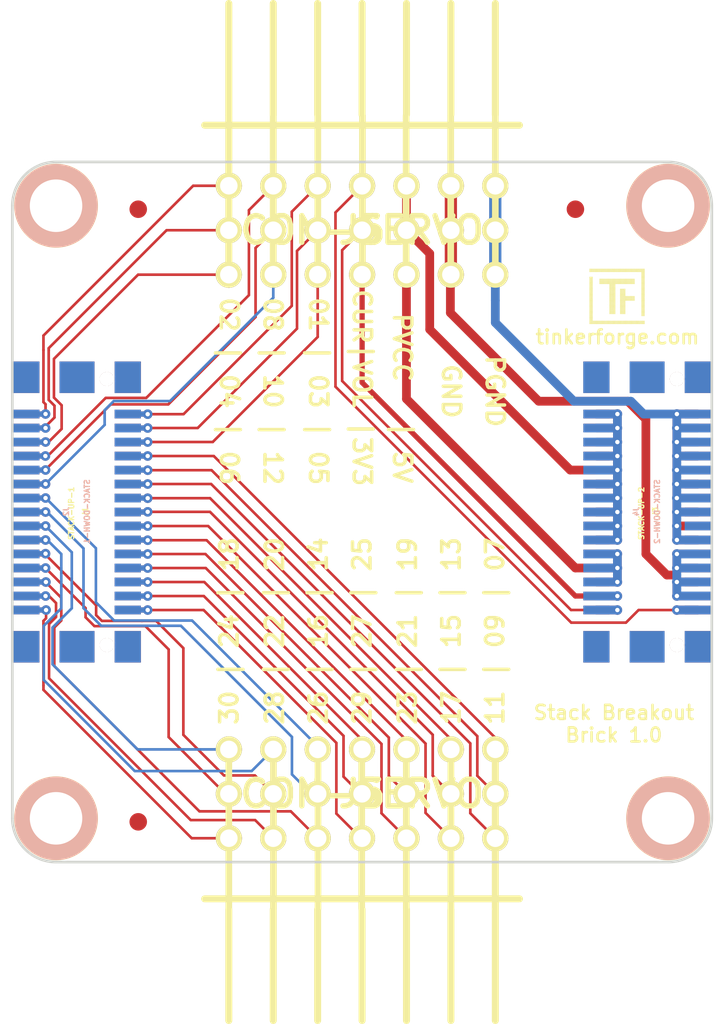
<source format=kicad_pcb>
(kicad_pcb (version 4) (host pcbnew 4.0.2+dfsg1-stable)
  (title_block (title "Stack Breakout Brick") (date 2017-03-02) (rev 1.0) (company "Tinkerforge GmbH") (comment 1 "Licensed under CERN OHL v.1.1") (comment 2 "Copyright (©) 2017, L.Lauer <lukas.lauer@fh-bielefeld.de>"))
  (layers (0 F.Cu signal) (31 B.Cu signal) (34 B.Paste user) (35 F.Paste user) (36 B.SilkS user) (37 F.SilkS user) (38 B.Mask user) (39 F.Mask user) (44 Edge.Cuts user))
  (net 0 "")
  (net 1 GND)
  (net 2 EX-1-GP02)
  (net 3 EX-1-GP01)
  (net 4 EX-1-GP00)
  (net 5 EX-0-GP02)
  (net 6 EX-0-GP01)
  (net 7 EX-0-GP00)
  (net 8 EX-SPI-SCLK)
  (net 9 EX-SPI-MOSI)
  (net 10 EX-SPI-MISO)
  (net 11 SYNC/GP/TCK)
  (net 12 DETECT/TMS)
  (net 13 RESET)
  (net 14 SPI-SCLK)
  (net 15 SPI-MOSI)
  (net 16 SPI-MISO)
  (net 17 I2C-SDA)
  (net 18 I2C-SCL)
  (net 19 SEL-00)
  (net 20 SEL-01)
  (net 21 SEL-02)
  (net 22 SEL-03)
  (net 23 SEL-04)
  (net 24 SEL-05)
  (net 25 SEL-06)
  (net 26 SEL-07)
  (net 27 EX-SEL-00)
  (net 28 EX-SEL-01)
  (net 29 EX-SER2-RXD)
  (net 30 EX-SER2-TXD)
  (net 31 EX-SER2-RTS)
  (net 32 CURRENT)
  (net 33 STACK-PGND)
  (net 34 STACK-PVCC)
  (net 35 5V)
  (net 36 3V3)
  (net 37 VOLTAGE)
  (module BTB08-ACS-TOP (layer F.Cu) (at 123.2 100.8 90)
    (fp_text reference J1 (at 0.025 0.475 90) (layer F.SilkS) (effects (font (size 0.3 0.3) (thickness 0.075))))
    (fp_text value STACK-UP-1 (at -0.075 -0.325 90) (layer F.SilkS) (effects (font (size 0.3 0.3) (thickness 0.075))))
    (pad 29 smd rect (at -5.59816 2.89814 270) (size 0.49784 1.4986) (layers F.Cu F.Paste F.Mask) (net 2 EX-1-GP02))
    (pad 27 smd rect (at -4.79806 2.89814 270) (size 0.49784 1.4986) (layers F.Cu F.Paste F.Mask) (net 3 EX-1-GP01))
    (pad 25 smd rect (at -3.99796 2.89814 270) (size 0.49784 1.4986) (layers F.Cu F.Paste F.Mask) (net 4 EX-1-GP00))
    (pad 23 smd rect (at -3.19786 2.89814 270) (size 0.49784 1.4986) (layers F.Cu F.Paste F.Mask) (net 5 EX-0-GP02))
    (pad 21 smd rect (at -2.39776 2.89814 270) (size 0.49784 1.4986) (layers F.Cu F.Paste F.Mask) (net 6 EX-0-GP01))
    (pad 19 smd rect (at -1.59766 2.89814 270) (size 0.49784 1.4986) (layers F.Cu F.Paste F.Mask) (net 7 EX-0-GP00))
    (pad 17 smd rect (at -0.79756 2.89814 270) (size 0.49784 1.4986) (layers F.Cu F.Paste F.Mask) (net 8 EX-SPI-SCLK))
    (pad 15 smd rect (at 0 2.89814 270) (size 0.49784 1.4986) (layers F.Cu F.Paste F.Mask) (net 9 EX-SPI-MOSI))
    (pad 13 smd rect (at 0.79756 2.89814 270) (size 0.49784 1.4986) (layers F.Cu F.Paste F.Mask) (net 10 EX-SPI-MISO))
    (pad 11 smd rect (at 1.59766 2.89814 270) (size 0.49784 1.4986) (layers F.Cu F.Paste F.Mask) (net 11 SYNC/GP/TCK))
    (pad 9 smd rect (at 2.39776 2.89814 270) (size 0.49784 1.4986) (layers F.Cu F.Paste F.Mask) (net 12 DETECT/TMS))
    (pad 7 smd rect (at 3.19786 2.89814 270) (size 0.49784 1.4986) (layers F.Cu F.Paste F.Mask) (net 13 RESET))
    (pad 5 smd rect (at 3.99796 2.89814 270) (size 0.49784 1.4986) (layers F.Cu F.Paste F.Mask) (net 14 SPI-SCLK))
    (pad 3 smd rect (at 4.79806 2.89814 270) (size 0.49784 1.4986) (layers F.Cu F.Paste F.Mask) (net 15 SPI-MOSI))
    (pad 1 smd rect (at 5.59816 2.89814 270) (size 0.49784 1.4986) (layers F.Cu F.Paste F.Mask) (net 16 SPI-MISO))
    (pad 2 smd rect (at 5.59816 -2.89814 90) (size 0.49784 1.4986) (layers F.Cu F.Paste F.Mask) (net 17 I2C-SDA))
    (pad 4 smd rect (at 4.79806 -2.89814 90) (size 0.49784 1.4986) (layers F.Cu F.Paste F.Mask) (net 18 I2C-SCL))
    (pad 6 smd rect (at 3.99796 -2.89814 90) (size 0.49784 1.4986) (layers F.Cu F.Paste F.Mask) (net 19 SEL-00))
    (pad 8 smd rect (at 3.19786 -2.89814 90) (size 0.49784 1.4986) (layers F.Cu F.Paste F.Mask) (net 20 SEL-01))
    (pad 10 smd rect (at 2.39776 -2.89814 90) (size 0.49784 1.4986) (layers F.Cu F.Paste F.Mask) (net 21 SEL-02))
    (pad 12 smd rect (at 1.59766 -2.89814 90) (size 0.49784 1.4986) (layers F.Cu F.Paste F.Mask) (net 22 SEL-03))
    (pad 14 smd rect (at 0.79756 -2.89814 90) (size 0.49784 1.4986) (layers F.Cu F.Paste F.Mask) (net 23 SEL-04))
    (pad 16 smd rect (at 0 -2.89814 90) (size 0.49784 1.4986) (layers F.Cu F.Paste F.Mask) (net 24 SEL-05))
    (pad 18 smd rect (at -0.79756 -2.89814 90) (size 0.49784 1.4986) (layers F.Cu F.Paste F.Mask) (net 25 SEL-06))
    (pad 20 smd rect (at -1.59766 -2.89814 90) (size 0.49784 1.4986) (layers F.Cu F.Paste F.Mask) (net 26 SEL-07))
    (pad 22 smd rect (at -2.39776 -2.89814 90) (size 0.49784 1.4986) (layers F.Cu F.Paste F.Mask) (net 27 EX-SEL-00))
    (pad 24 smd rect (at -3.19786 -2.89814 90) (size 0.49784 1.4986) (layers F.Cu F.Paste F.Mask) (net 28 EX-SEL-01))
    (pad 26 smd rect (at -3.99796 -2.89814 90) (size 0.49784 1.4986) (layers F.Cu F.Paste F.Mask) (net 29 EX-SER2-RXD))
    (pad 28 smd rect (at -4.79806 -2.89814 90) (size 0.49784 1.4986) (layers F.Cu F.Paste F.Mask) (net 30 EX-SER2-TXD))
    (pad 30 smd rect (at -5.59816 -2.89814 90) (size 0.49784 1.4986) (layers F.Cu F.Paste F.Mask) (net 31 EX-SER2-RTS))
    (pad EP smd rect (at 7.69874 -2.90068 90) (size 1.80086 1.50114) (layers F.Cu F.Paste F.Mask) (net 1 GND))
    (pad EP smd rect (at 7.69874 2.90068 90) (size 1.80086 1.50114) (layers F.Cu F.Paste F.Mask) (net 1 GND))
    (pad EP smd rect (at -7.69874 2.90068 90) (size 1.80086 1.50114) (layers F.Cu F.Paste F.Mask) (net 1 GND))
    (pad EP smd rect (at -7.69874 -2.90068 90) (size 1.80086 1.50114) (layers F.Cu F.Paste F.Mask) (net 1 GND))
    (pad EP smd rect (at 7.69874 0 90) (size 1.80086 1.99898) (layers F.Cu F.Paste F.Mask) (net 1 GND))
    (pad EP smd rect (at -7.69874 0 90) (size 1.80086 1.99898) (layers F.Cu F.Paste F.Mask) (net 1 GND))
    (pad "" thru_hole circle (at 7.59968 1.69926 90) (size 0.8001 0.8001) (drill 0.8001) (layers *.Cu *.Mask F.SilkS))
    (pad "" thru_hole circle (at -7.59968 1.69926 90) (size 0.8001 0.8001) (drill 0.8001) (layers *.Cu *.Mask F.SilkS))
  )
  (module BTB08-ACS-BTM (layer B.Cu) (at 123.2 100.8 270)
    (fp_text reference J2 (at -0.025 0.625 270) (layer B.SilkS) (effects (font (size 0.3 0.3) (thickness 0.075)) (justify mirror)))
    (fp_text value STACK-DOWN-1 (at -0.025 -0.575 270) (layer B.SilkS) (effects (font (size 0.3 0.3) (thickness 0.075)) (justify mirror)))
    (pad 1 smd rect (at -5.59816 -2.89814 90) (size 0.49784 1.4986) (layers B.Cu B.Paste B.Mask) (net 16 SPI-MISO))
    (pad 3 smd rect (at -4.79806 -2.89814 90) (size 0.49784 1.4986) (layers B.Cu B.Paste B.Mask) (net 15 SPI-MOSI))
    (pad 5 smd rect (at -3.99796 -2.89814 90) (size 0.49784 1.4986) (layers B.Cu B.Paste B.Mask) (net 14 SPI-SCLK))
    (pad 7 smd rect (at -3.19786 -2.89814 90) (size 0.49784 1.4986) (layers B.Cu B.Paste B.Mask) (net 13 RESET))
    (pad 9 smd rect (at -2.39776 -2.89814 90) (size 0.49784 1.4986) (layers B.Cu B.Paste B.Mask) (net 12 DETECT/TMS))
    (pad 11 smd rect (at -1.59766 -2.89814 90) (size 0.49784 1.4986) (layers B.Cu B.Paste B.Mask) (net 11 SYNC/GP/TCK))
    (pad 13 smd rect (at -0.79756 -2.89814 90) (size 0.49784 1.4986) (layers B.Cu B.Paste B.Mask) (net 10 EX-SPI-MISO))
    (pad 15 smd rect (at 0 -2.89814 90) (size 0.49784 1.4986) (layers B.Cu B.Paste B.Mask) (net 9 EX-SPI-MOSI))
    (pad 17 smd rect (at 0.79756 -2.89814 90) (size 0.49784 1.4986) (layers B.Cu B.Paste B.Mask) (net 8 EX-SPI-SCLK))
    (pad 19 smd rect (at 1.59766 -2.89814 90) (size 0.49784 1.4986) (layers B.Cu B.Paste B.Mask) (net 7 EX-0-GP00))
    (pad 21 smd rect (at 2.39776 -2.89814 90) (size 0.49784 1.4986) (layers B.Cu B.Paste B.Mask) (net 6 EX-0-GP01))
    (pad 23 smd rect (at 3.19786 -2.89814 90) (size 0.49784 1.4986) (layers B.Cu B.Paste B.Mask) (net 5 EX-0-GP02))
    (pad 25 smd rect (at 3.99796 -2.89814 90) (size 0.49784 1.4986) (layers B.Cu B.Paste B.Mask) (net 4 EX-1-GP00))
    (pad 27 smd rect (at 4.79806 -2.89814 90) (size 0.49784 1.4986) (layers B.Cu B.Paste B.Mask) (net 3 EX-1-GP01))
    (pad 29 smd rect (at 5.59816 -2.89814 90) (size 0.49784 1.4986) (layers B.Cu B.Paste B.Mask) (net 2 EX-1-GP02))
    (pad 30 smd rect (at 5.59816 2.89814 270) (size 0.49784 1.4986) (layers B.Cu B.Paste B.Mask) (net 31 EX-SER2-RTS))
    (pad 28 smd rect (at 4.79806 2.89814 270) (size 0.49784 1.4986) (layers B.Cu B.Paste B.Mask) (net 30 EX-SER2-TXD))
    (pad 26 smd rect (at 3.99796 2.89814 270) (size 0.49784 1.4986) (layers B.Cu B.Paste B.Mask) (net 29 EX-SER2-RXD))
    (pad 24 smd rect (at 3.19786 2.89814 270) (size 0.49784 1.4986) (layers B.Cu B.Paste B.Mask) (net 28 EX-SEL-01))
    (pad 22 smd rect (at 2.39776 2.89814 270) (size 0.49784 1.4986) (layers B.Cu B.Paste B.Mask) (net 27 EX-SEL-00))
    (pad 20 smd rect (at 1.59766 2.89814 270) (size 0.49784 1.4986) (layers B.Cu B.Paste B.Mask) (net 26 SEL-07))
    (pad 18 smd rect (at 0.79756 2.89814 270) (size 0.49784 1.4986) (layers B.Cu B.Paste B.Mask) (net 25 SEL-06))
    (pad 16 smd rect (at 0 2.89814 270) (size 0.49784 1.4986) (layers B.Cu B.Paste B.Mask) (net 24 SEL-05))
    (pad 14 smd rect (at -0.79756 2.89814 270) (size 0.49784 1.4986) (layers B.Cu B.Paste B.Mask) (net 23 SEL-04))
    (pad 12 smd rect (at -1.59766 2.89814 270) (size 0.49784 1.4986) (layers B.Cu B.Paste B.Mask) (net 22 SEL-03))
    (pad 10 smd rect (at -2.39776 2.89814 270) (size 0.49784 1.4986) (layers B.Cu B.Paste B.Mask) (net 21 SEL-02))
    (pad 8 smd rect (at -3.19786 2.89814 270) (size 0.49784 1.4986) (layers B.Cu B.Paste B.Mask) (net 20 SEL-01))
    (pad 6 smd rect (at -3.99796 2.89814 270) (size 0.49784 1.4986) (layers B.Cu B.Paste B.Mask) (net 19 SEL-00))
    (pad 4 smd rect (at -4.79806 2.89814 270) (size 0.49784 1.4986) (layers B.Cu B.Paste B.Mask) (net 18 I2C-SCL))
    (pad 2 smd rect (at -5.59816 2.89814 270) (size 0.49784 1.4986) (layers B.Cu B.Paste B.Mask) (net 17 I2C-SDA))
    (pad EP smd rect (at 7.69874 2.90068 270) (size 1.80086 1.50114) (layers B.Cu B.Paste B.Mask) (net 1 GND))
    (pad EP smd rect (at 7.69874 -2.90068 270) (size 1.80086 1.50114) (layers B.Cu B.Paste B.Mask) (net 1 GND))
    (pad EP smd rect (at -7.69874 -2.90068 270) (size 1.80086 1.50114) (layers B.Cu B.Paste B.Mask) (net 1 GND))
    (pad EP smd rect (at -7.69874 2.90068 270) (size 1.80086 1.50114) (layers B.Cu B.Paste B.Mask) (net 1 GND))
    (pad EP smd rect (at 7.69874 0 270) (size 1.80086 1.99898) (layers B.Cu B.Paste B.Mask) (net 1 GND))
    (pad EP smd rect (at -7.69874 0 270) (size 1.80086 1.99898) (layers B.Cu B.Paste B.Mask) (net 1 GND))
    (pad "" thru_hole circle (at 7.59968 -1.69926 270) (size 0.8001 0.8001) (drill 0.8001) (layers *.Cu *.Mask B.SilkS))
    (pad "" thru_hole circle (at -7.59968 -1.69926 270) (size 0.8001 0.8001) (drill 0.8001) (layers *.Cu *.Mask B.SilkS))
  )
  (module BTB08-ACS-TOP (layer F.Cu) (at 155.8 100.8 90)
    (fp_text reference J3 (at 0.025 0.475 90) (layer F.SilkS) (effects (font (size 0.3 0.3) (thickness 0.075))))
    (fp_text value STACK-UP-2 (at -0.075 -0.325 90) (layer F.SilkS) (effects (font (size 0.3 0.3) (thickness 0.075))))
    (pad 29 smd rect (at -5.59816 2.89814 270) (size 0.49784 1.4986) (layers F.Cu F.Paste F.Mask) (net 32 CURRENT))
    (pad 27 smd rect (at -4.79806 2.89814 270) (size 0.49784 1.4986) (layers F.Cu F.Paste F.Mask) (net 1 GND))
    (pad 25 smd rect (at -3.99796 2.89814 270) (size 0.49784 1.4986) (layers F.Cu F.Paste F.Mask) (net 1 GND))
    (pad 23 smd rect (at -3.19786 2.89814 270) (size 0.49784 1.4986) (layers F.Cu F.Paste F.Mask) (net 1 GND))
    (pad 21 smd rect (at -2.39776 2.89814 270) (size 0.49784 1.4986) (layers F.Cu F.Paste F.Mask) (net 1 GND))
    (pad 19 smd rect (at -1.59766 2.89814 270) (size 0.49784 1.4986) (layers F.Cu F.Paste F.Mask) (net 33 STACK-PGND))
    (pad 17 smd rect (at -0.79756 2.89814 270) (size 0.49784 1.4986) (layers F.Cu F.Paste F.Mask) (net 33 STACK-PGND))
    (pad 15 smd rect (at 0 2.89814 270) (size 0.49784 1.4986) (layers F.Cu F.Paste F.Mask) (net 33 STACK-PGND))
    (pad 13 smd rect (at 0.79756 2.89814 270) (size 0.49784 1.4986) (layers F.Cu F.Paste F.Mask) (net 33 STACK-PGND))
    (pad 11 smd rect (at 1.59766 2.89814 270) (size 0.49784 1.4986) (layers F.Cu F.Paste F.Mask) (net 33 STACK-PGND))
    (pad 9 smd rect (at 2.39776 2.89814 270) (size 0.49784 1.4986) (layers F.Cu F.Paste F.Mask) (net 33 STACK-PGND))
    (pad 7 smd rect (at 3.19786 2.89814 270) (size 0.49784 1.4986) (layers F.Cu F.Paste F.Mask) (net 33 STACK-PGND))
    (pad 5 smd rect (at 3.99796 2.89814 270) (size 0.49784 1.4986) (layers F.Cu F.Paste F.Mask) (net 33 STACK-PGND))
    (pad 3 smd rect (at 4.79806 2.89814 270) (size 0.49784 1.4986) (layers F.Cu F.Paste F.Mask) (net 33 STACK-PGND))
    (pad 1 smd rect (at 5.59816 2.89814 270) (size 0.49784 1.4986) (layers F.Cu F.Paste F.Mask) (net 33 STACK-PGND))
    (pad 2 smd rect (at 5.59816 -2.89814 90) (size 0.49784 1.4986) (layers F.Cu F.Paste F.Mask) (net 34 STACK-PVCC))
    (pad 4 smd rect (at 4.79806 -2.89814 90) (size 0.49784 1.4986) (layers F.Cu F.Paste F.Mask) (net 34 STACK-PVCC))
    (pad 6 smd rect (at 3.99796 -2.89814 90) (size 0.49784 1.4986) (layers F.Cu F.Paste F.Mask) (net 34 STACK-PVCC))
    (pad 8 smd rect (at 3.19786 -2.89814 90) (size 0.49784 1.4986) (layers F.Cu F.Paste F.Mask) (net 34 STACK-PVCC))
    (pad 10 smd rect (at 2.39776 -2.89814 90) (size 0.49784 1.4986) (layers F.Cu F.Paste F.Mask) (net 34 STACK-PVCC))
    (pad 12 smd rect (at 1.59766 -2.89814 90) (size 0.49784 1.4986) (layers F.Cu F.Paste F.Mask) (net 34 STACK-PVCC))
    (pad 14 smd rect (at 0.79756 -2.89814 90) (size 0.49784 1.4986) (layers F.Cu F.Paste F.Mask) (net 34 STACK-PVCC))
    (pad 16 smd rect (at 0 -2.89814 90) (size 0.49784 1.4986) (layers F.Cu F.Paste F.Mask) (net 34 STACK-PVCC))
    (pad 18 smd rect (at -0.79756 -2.89814 90) (size 0.49784 1.4986) (layers F.Cu F.Paste F.Mask) (net 34 STACK-PVCC))
    (pad 20 smd rect (at -1.59766 -2.89814 90) (size 0.49784 1.4986) (layers F.Cu F.Paste F.Mask) (net 34 STACK-PVCC))
    (pad 22 smd rect (at -2.39776 -2.89814 90) (size 0.49784 1.4986) (layers F.Cu F.Paste F.Mask) (net 35 5V))
    (pad 24 smd rect (at -3.19786 -2.89814 90) (size 0.49784 1.4986) (layers F.Cu F.Paste F.Mask) (net 35 5V))
    (pad 26 smd rect (at -3.99796 -2.89814 90) (size 0.49784 1.4986) (layers F.Cu F.Paste F.Mask) (net 35 5V))
    (pad 28 smd rect (at -4.79806 -2.89814 90) (size 0.49784 1.4986) (layers F.Cu F.Paste F.Mask) (net 36 3V3))
    (pad 30 smd rect (at -5.59816 -2.89814 90) (size 0.49784 1.4986) (layers F.Cu F.Paste F.Mask) (net 37 VOLTAGE))
    (pad EP smd rect (at 7.69874 -2.90068 90) (size 1.80086 1.50114) (layers F.Cu F.Paste F.Mask) (net 1 GND))
    (pad EP smd rect (at 7.69874 2.90068 90) (size 1.80086 1.50114) (layers F.Cu F.Paste F.Mask) (net 1 GND))
    (pad EP smd rect (at -7.69874 2.90068 90) (size 1.80086 1.50114) (layers F.Cu F.Paste F.Mask) (net 1 GND))
    (pad EP smd rect (at -7.69874 -2.90068 90) (size 1.80086 1.50114) (layers F.Cu F.Paste F.Mask) (net 1 GND))
    (pad EP smd rect (at 7.69874 0 90) (size 1.80086 1.99898) (layers F.Cu F.Paste F.Mask) (net 1 GND))
    (pad EP smd rect (at -7.69874 0 90) (size 1.80086 1.99898) (layers F.Cu F.Paste F.Mask) (net 1 GND))
    (pad "" thru_hole circle (at 7.59968 1.69926 90) (size 0.8001 0.8001) (drill 0.8001) (layers *.Cu *.Mask F.SilkS))
    (pad "" thru_hole circle (at -7.59968 1.69926 90) (size 0.8001 0.8001) (drill 0.8001) (layers *.Cu *.Mask F.SilkS))
  )
  (module BTB08-ACS-BTM (layer B.Cu) (at 155.8 100.8 270)
    (fp_text reference J4 (at -0.025 0.625 270) (layer B.SilkS) (effects (font (size 0.3 0.3) (thickness 0.075)) (justify mirror)))
    (fp_text value STACK-DOWN-2 (at -0.025 -0.575 270) (layer B.SilkS) (effects (font (size 0.3 0.3) (thickness 0.075)) (justify mirror)))
    (pad 1 smd rect (at -5.59816 -2.89814 90) (size 0.49784 1.4986) (layers B.Cu B.Paste B.Mask) (net 33 STACK-PGND))
    (pad 3 smd rect (at -4.79806 -2.89814 90) (size 0.49784 1.4986) (layers B.Cu B.Paste B.Mask) (net 33 STACK-PGND))
    (pad 5 smd rect (at -3.99796 -2.89814 90) (size 0.49784 1.4986) (layers B.Cu B.Paste B.Mask) (net 33 STACK-PGND))
    (pad 7 smd rect (at -3.19786 -2.89814 90) (size 0.49784 1.4986) (layers B.Cu B.Paste B.Mask) (net 33 STACK-PGND))
    (pad 9 smd rect (at -2.39776 -2.89814 90) (size 0.49784 1.4986) (layers B.Cu B.Paste B.Mask) (net 33 STACK-PGND))
    (pad 11 smd rect (at -1.59766 -2.89814 90) (size 0.49784 1.4986) (layers B.Cu B.Paste B.Mask) (net 33 STACK-PGND))
    (pad 13 smd rect (at -0.79756 -2.89814 90) (size 0.49784 1.4986) (layers B.Cu B.Paste B.Mask) (net 33 STACK-PGND))
    (pad 15 smd rect (at 0 -2.89814 90) (size 0.49784 1.4986) (layers B.Cu B.Paste B.Mask) (net 33 STACK-PGND))
    (pad 17 smd rect (at 0.79756 -2.89814 90) (size 0.49784 1.4986) (layers B.Cu B.Paste B.Mask) (net 33 STACK-PGND))
    (pad 19 smd rect (at 1.59766 -2.89814 90) (size 0.49784 1.4986) (layers B.Cu B.Paste B.Mask) (net 33 STACK-PGND))
    (pad 21 smd rect (at 2.39776 -2.89814 90) (size 0.49784 1.4986) (layers B.Cu B.Paste B.Mask) (net 1 GND))
    (pad 23 smd rect (at 3.19786 -2.89814 90) (size 0.49784 1.4986) (layers B.Cu B.Paste B.Mask) (net 1 GND))
    (pad 25 smd rect (at 3.99796 -2.89814 90) (size 0.49784 1.4986) (layers B.Cu B.Paste B.Mask) (net 1 GND))
    (pad 27 smd rect (at 4.79806 -2.89814 90) (size 0.49784 1.4986) (layers B.Cu B.Paste B.Mask) (net 1 GND))
    (pad 29 smd rect (at 5.59816 -2.89814 90) (size 0.49784 1.4986) (layers B.Cu B.Paste B.Mask) (net 32 CURRENT))
    (pad 30 smd rect (at 5.59816 2.89814 270) (size 0.49784 1.4986) (layers B.Cu B.Paste B.Mask) (net 37 VOLTAGE))
    (pad 28 smd rect (at 4.79806 2.89814 270) (size 0.49784 1.4986) (layers B.Cu B.Paste B.Mask) (net 36 3V3))
    (pad 26 smd rect (at 3.99796 2.89814 270) (size 0.49784 1.4986) (layers B.Cu B.Paste B.Mask) (net 35 5V))
    (pad 24 smd rect (at 3.19786 2.89814 270) (size 0.49784 1.4986) (layers B.Cu B.Paste B.Mask) (net 35 5V))
    (pad 22 smd rect (at 2.39776 2.89814 270) (size 0.49784 1.4986) (layers B.Cu B.Paste B.Mask) (net 35 5V))
    (pad 20 smd rect (at 1.59766 2.89814 270) (size 0.49784 1.4986) (layers B.Cu B.Paste B.Mask) (net 34 STACK-PVCC))
    (pad 18 smd rect (at 0.79756 2.89814 270) (size 0.49784 1.4986) (layers B.Cu B.Paste B.Mask) (net 34 STACK-PVCC))
    (pad 16 smd rect (at 0 2.89814 270) (size 0.49784 1.4986) (layers B.Cu B.Paste B.Mask) (net 34 STACK-PVCC))
    (pad 14 smd rect (at -0.79756 2.89814 270) (size 0.49784 1.4986) (layers B.Cu B.Paste B.Mask) (net 34 STACK-PVCC))
    (pad 12 smd rect (at -1.59766 2.89814 270) (size 0.49784 1.4986) (layers B.Cu B.Paste B.Mask) (net 34 STACK-PVCC))
    (pad 10 smd rect (at -2.39776 2.89814 270) (size 0.49784 1.4986) (layers B.Cu B.Paste B.Mask) (net 34 STACK-PVCC))
    (pad 8 smd rect (at -3.19786 2.89814 270) (size 0.49784 1.4986) (layers B.Cu B.Paste B.Mask) (net 34 STACK-PVCC))
    (pad 6 smd rect (at -3.99796 2.89814 270) (size 0.49784 1.4986) (layers B.Cu B.Paste B.Mask) (net 34 STACK-PVCC))
    (pad 4 smd rect (at -4.79806 2.89814 270) (size 0.49784 1.4986) (layers B.Cu B.Paste B.Mask) (net 34 STACK-PVCC))
    (pad 2 smd rect (at -5.59816 2.89814 270) (size 0.49784 1.4986) (layers B.Cu B.Paste B.Mask) (net 34 STACK-PVCC))
    (pad EP smd rect (at 7.69874 2.90068 270) (size 1.80086 1.50114) (layers B.Cu B.Paste B.Mask) (net 1 GND))
    (pad EP smd rect (at 7.69874 -2.90068 270) (size 1.80086 1.50114) (layers B.Cu B.Paste B.Mask) (net 1 GND))
    (pad EP smd rect (at -7.69874 -2.90068 270) (size 1.80086 1.50114) (layers B.Cu B.Paste B.Mask) (net 1 GND))
    (pad EP smd rect (at -7.69874 2.90068 270) (size 1.80086 1.50114) (layers B.Cu B.Paste B.Mask) (net 1 GND))
    (pad EP smd rect (at 7.69874 0 270) (size 1.80086 1.99898) (layers B.Cu B.Paste B.Mask) (net 1 GND))
    (pad EP smd rect (at -7.69874 0 270) (size 1.80086 1.99898) (layers B.Cu B.Paste B.Mask) (net 1 GND))
    (pad "" thru_hole circle (at 7.59968 -1.69926 270) (size 0.8001 0.8001) (drill 0.8001) (layers *.Cu *.Mask B.SilkS))
    (pad "" thru_hole circle (at -7.59968 -1.69926 270) (size 0.8001 0.8001) (drill 0.8001) (layers *.Cu *.Mask B.SilkS))
  )
  (module DRILL_NP (layer F.Cu) (at 122 83.3)
    (fp_text reference U1 hide)
    (fp_text value DRILL hide)
    (pad "" np_thru_hole circle (at 0 0) (size 2.99974 2.99974) (drill 2.99974) (layers *.Cu *.Mask F.SilkS) (clearance 0.89916))
  )
  (module DRILL_NP (layer F.Cu) (at 157 83.3)
    (fp_text reference U2 hide)
    (fp_text value DRILL hide)
    (pad "" np_thru_hole circle (at 0 0) (size 2.99974 2.99974) (drill 2.99974) (layers *.Cu *.Mask F.SilkS) (clearance 0.89916))
  )
  (module DRILL_NP (layer F.Cu) (at 122 118.3)
    (fp_text reference U3 hide)
    (fp_text value DRILL hide)
    (pad "" np_thru_hole circle (at 0 0) (size 2.99974 2.99974) (drill 2.99974) (layers *.Cu *.Mask F.SilkS) (clearance 0.89916))
  )
  (module DRILL_NP (layer F.Cu) (at 157 118.3)
    (fp_text reference U4 hide)
    (fp_text value DRILL hide)
    (pad "" np_thru_hole circle (at 0 0) (size 2.99974 2.99974) (drill 2.99974) (layers *.Cu *.Mask F.SilkS) (clearance 0.89916))
  )
  (module CON-Servo (layer F.Cu) (at 139.5 116.9)
    (fp_text reference J5 (at 0 0) (layer F.SilkS) (effects (font (thickness 0.3048))))
    (fp_text value CON-SERVO (at 0 0) (layer F.SilkS) (effects (font (thickness 0.3048))))
    (pad A1 thru_hole circle (at -7.61746 2.53746) (size 1.4986 1.4986) (drill 0.99822) (layers *.Cu *.Mask F.SilkS) (net 31 EX-SER2-RTS))
    (pad B1 thru_hole circle (at -5.07746 2.53746) (size 1.4986 1.4986) (drill 0.99822) (layers *.Cu *.Mask F.SilkS) (net 30 EX-SER2-TXD))
    (pad C1 thru_hole circle (at -2.53746 2.53746) (size 1.4986 1.4986) (drill 0.99822) (layers *.Cu *.Mask F.SilkS) (net 29 EX-SER2-RXD))
    (pad D1 thru_hole circle (at -0.00254 2.53746) (size 1.4986 1.4986) (drill 0.99822) (layers *.Cu *.Mask F.SilkS) (net 2 EX-1-GP02))
    (pad E1 thru_hole circle (at 2.53746 2.53746) (size 1.4986 1.4986) (drill 0.99822) (layers *.Cu *.Mask F.SilkS) (net 5 EX-0-GP02))
    (pad F1 thru_hole circle (at 5.07746 2.53746) (size 1.4986 1.4986) (drill 0.99822) (layers *.Cu *.Mask F.SilkS) (net 8 EX-SPI-SCLK))
    (pad A2 thru_hole circle (at -7.61746 0) (size 1.4986 1.4986) (drill 0.99822) (layers *.Cu *.Mask F.SilkS) (net 28 EX-SEL-01))
    (pad B2 thru_hole circle (at -5.07746 0) (size 1.4986 1.4986) (drill 0.99822) (layers *.Cu *.Mask F.SilkS) (net 27 EX-SEL-00))
    (pad C2 thru_hole circle (at -2.53746 0) (size 1.4986 1.4986) (drill 0.99822) (layers *.Cu *.Mask F.SilkS) (net 24 SEL-05))
    (pad D2 thru_hole circle (at -0.00254 0) (size 1.4986 1.4986) (drill 0.99822) (layers *.Cu *.Mask F.SilkS) (net 3 EX-1-GP01))
    (pad E2 thru_hole circle (at 2.53746 0) (size 1.4986 1.4986) (drill 0.99822) (layers *.Cu *.Mask F.SilkS) (net 6 EX-0-GP01))
    (pad F2 thru_hole circle (at 5.07746 0) (size 1.4986 1.4986) (drill 0.99822) (layers *.Cu *.Mask F.SilkS) (net 9 EX-SPI-MOSI))
    (pad A3 thru_hole circle (at -7.61746 -2.53746) (size 1.4986 1.4986) (drill 0.99822) (layers *.Cu *.Mask F.SilkS) (net 25 SEL-06))
    (pad B3 thru_hole circle (at -5.07746 -2.53746) (size 1.4986 1.4986) (drill 0.99822) (layers *.Cu *.Mask F.SilkS) (net 26 SEL-07))
    (pad C3 thru_hole circle (at -2.53746 -2.53746) (size 1.4986 1.4986) (drill 0.99822) (layers *.Cu *.Mask F.SilkS) (net 23 SEL-04))
    (pad D3 thru_hole circle (at -0.00254 -2.53746) (size 1.4986 1.4986) (drill 0.99822) (layers *.Cu *.Mask F.SilkS) (net 4 EX-1-GP00))
    (pad E3 thru_hole circle (at 2.53746 -2.53746) (size 1.4986 1.4986) (drill 0.99822) (layers *.Cu *.Mask F.SilkS) (net 7 EX-0-GP00))
    (pad F3 thru_hole circle (at 5.07746 -2.53746) (size 1.4986 1.4986) (drill 0.99822) (layers *.Cu *.Mask F.SilkS) (net 10 EX-SPI-MISO))
    (pad G3 thru_hole circle (at 7.62 -2.54) (size 1.4986 1.4986) (drill 0.99822) (layers *.Cu *.Mask F.SilkS) (net 13 RESET))
    (pad G2 thru_hole circle (at 7.62 0) (size 1.4986 1.4986) (drill 0.99822) (layers *.Cu *.Mask F.SilkS) (net 12 DETECT/TMS))
    (pad G1 thru_hole circle (at 7.62 2.54) (size 1.4986 1.4986) (drill 0.99822) (layers *.Cu *.Mask F.SilkS) (net 11 SYNC/GP/TCK))
  )
  (module CON-Servo (layer F.Cu) (at 139.5 84.7 180)
    (fp_text reference J6 (at 0 0 180) (layer F.SilkS) (effects (font (thickness 0.3048))))
    (fp_text value CON-SERVO (at 0 0 180) (layer F.SilkS) (effects (font (thickness 0.3048))))
    (pad A1 thru_hole circle (at -7.61746 2.53746 180) (size 1.4986 1.4986) (drill 0.99822) (layers *.Cu *.Mask F.SilkS) (net 33 STACK-PGND))
    (pad B1 thru_hole circle (at -5.07746 2.53746 180) (size 1.4986 1.4986) (drill 0.99822) (layers *.Cu *.Mask F.SilkS) (net 1 GND))
    (pad C1 thru_hole circle (at -2.53746 2.53746 180) (size 1.4986 1.4986) (drill 0.99822) (layers *.Cu *.Mask F.SilkS) (net 34 STACK-PVCC))
    (pad D1 thru_hole circle (at -0.00254 2.53746 180) (size 1.4986 1.4986) (drill 0.99822) (layers *.Cu *.Mask F.SilkS) (net 32 CURRENT))
    (pad E1 thru_hole circle (at 2.53746 2.53746 180) (size 1.4986 1.4986) (drill 0.99822) (layers *.Cu *.Mask F.SilkS) (net 16 SPI-MISO))
    (pad F1 thru_hole circle (at 5.07746 2.53746 180) (size 1.4986 1.4986) (drill 0.99822) (layers *.Cu *.Mask F.SilkS) (net 20 SEL-01))
    (pad A2 thru_hole circle (at -7.61746 0 180) (size 1.4986 1.4986) (drill 0.99822) (layers *.Cu *.Mask F.SilkS) (net 33 STACK-PGND))
    (pad B2 thru_hole circle (at -5.07746 0 180) (size 1.4986 1.4986) (drill 0.99822) (layers *.Cu *.Mask F.SilkS) (net 1 GND))
    (pad C2 thru_hole circle (at -2.53746 0 180) (size 1.4986 1.4986) (drill 0.99822) (layers *.Cu *.Mask F.SilkS) (net 34 STACK-PVCC))
    (pad D2 thru_hole circle (at -0.00254 0 180) (size 1.4986 1.4986) (drill 0.99822) (layers *.Cu *.Mask F.SilkS) (net 37 VOLTAGE))
    (pad E2 thru_hole circle (at 2.53746 0 180) (size 1.4986 1.4986) (drill 0.99822) (layers *.Cu *.Mask F.SilkS) (net 15 SPI-MOSI))
    (pad F2 thru_hole circle (at 5.07746 0 180) (size 1.4986 1.4986) (drill 0.99822) (layers *.Cu *.Mask F.SilkS) (net 21 SEL-02))
    (pad A3 thru_hole circle (at -7.61746 -2.53746 180) (size 1.4986 1.4986) (drill 0.99822) (layers *.Cu *.Mask F.SilkS) (net 33 STACK-PGND))
    (pad B3 thru_hole circle (at -5.07746 -2.53746 180) (size 1.4986 1.4986) (drill 0.99822) (layers *.Cu *.Mask F.SilkS) (net 1 GND))
    (pad C3 thru_hole circle (at -2.53746 -2.53746 180) (size 1.4986 1.4986) (drill 0.99822) (layers *.Cu *.Mask F.SilkS) (net 35 5V))
    (pad D3 thru_hole circle (at -0.00254 -2.53746 180) (size 1.4986 1.4986) (drill 0.99822) (layers *.Cu *.Mask F.SilkS) (net 36 3V3))
    (pad E3 thru_hole circle (at 2.53746 -2.53746 180) (size 1.4986 1.4986) (drill 0.99822) (layers *.Cu *.Mask F.SilkS) (net 14 SPI-SCLK))
    (pad F3 thru_hole circle (at 5.07746 -2.53746 180) (size 1.4986 1.4986) (drill 0.99822) (layers *.Cu *.Mask F.SilkS) (net 22 SEL-03))
    (pad G3 thru_hole circle (at 7.62 -2.54 180) (size 1.4986 1.4986) (drill 0.99822) (layers *.Cu *.Mask F.SilkS) (net 19 SEL-00))
    (pad G2 thru_hole circle (at 7.62 0 180) (size 1.4986 1.4986) (drill 0.99822) (layers *.Cu *.Mask F.SilkS) (net 18 I2C-SCL))
    (pad G1 thru_hole circle (at 7.62 2.54 180) (size 1.4986 1.4986) (drill 0.99822) (layers *.Cu *.Mask F.SilkS) (net 17 I2C-SDA))
  )
  (module kicad-libraries:Logo_31x31 (layer F.Cu) (at 152.5 86.9)
    (fp_text reference G*** hide)
    (fp_text value Logo_31x31 hide)
  )
  (module kicad-libraries:Fiducial_Mark (layer F.Cu) (at 126.7 118.5)
    (fp_text reference Fiducial_Mark hide)
    (fp_text value VAL** hide)
    (pad 1 smd circle (at 0 0) (size 1.00076 1.00076) (layers F.Cu F.Paste F.Mask) (clearance 0.65024))
  )
  (module kicad-libraries:Fiducial_Mark (layer F.Cu) (at 151.7 83.5)
    (fp_text reference Fiducial_Mark hide)
    (fp_text value VAL** hide)
    (pad 1 smd circle (at 0 0) (size 1.00076 1.00076) (layers F.Cu F.Paste F.Mask) (clearance 0.65024))
  )
  (module kicad-libraries:Fiducial_Mark (layer F.Cu) (at 126.7 83.5)
    (fp_text reference Fiducial_Mark hide)
    (fp_text value VAL** hide)
    (pad 1 smd circle (at 0 0) (size 1.00076 1.00076) (layers F.Cu F.Paste F.Mask) (clearance 0.65024))
  )
  (gr_text tinkerforge.com (at 154.1 90.8) (layer F.SilkS) (effects (font (size 0.8 0.8))))
  (gr_text "Stack Breakout\nBrick 1.0" (at 153.9 112.9) (layer F.SilkS) (effects (font (size 0.8 0.8))))
  (gr_text PGND (at 147.1 93.9 270) (layer F.SilkS) (effects (font (size 1 1) (thickness 0.2))))
  (gr_text GND (at 144.6 93.9 270) (layer F.SilkS) (effects (font (size 1 1) (thickness 0.2))))
  (gr_text "PVCC   | 5V" (at 141.8 94.3 270) (layer F.SilkS) (effects (font (size 1 1) (thickness 0.2))))
  (gr_text "CUR|VOL |3V3" (at 139.5 93.7 270) (layer F.SilkS) (effects (font (size 1 1) (thickness 0.2))))
  (gr_text "01 | 03 | 05" (at 137 93.9 270) (layer F.SilkS) (effects (font (size 1 1) (thickness 0.2))))
  (gr_text "08 | 10 | 12" (at 134.4 93.9 270) (layer F.SilkS) (effects (font (size 1 1) (thickness 0.2))))
  (gr_text "02 | 04 | 06" (at 131.9 93.9 270) (layer F.SilkS) (effects (font (size 1 1) (thickness 0.2))))
  (gr_text "11 | 09 | 07" (at 147.1 107.6 90) (layer F.SilkS) (effects (font (size 1 1) (thickness 0.2))))
  (gr_text "17 | 15 | 13" (at 144.6 107.6 90) (layer F.SilkS) (effects (font (size 1 1) (thickness 0.2))))
  (gr_text "23 | 21 | 19" (at 142.1 107.6 90) (layer F.SilkS) (effects (font (size 1 1) (thickness 0.2))))
  (gr_text "29 | 27 | 25" (at 139.5 107.6 90) (layer F.SilkS) (effects (font (size 1 1) (thickness 0.2))))
  (gr_text "26 | 16 | 14" (at 137 107.6 90) (layer F.SilkS) (effects (font (size 1 1) (thickness 0.2))))
  (gr_text "28 | 22 | 20" (at 134.5 107.6 90) (layer F.SilkS) (effects (font (size 1 1) (thickness 0.2))))
  (gr_text "30 | 24 | 18" (at 131.9 107.6 90) (layer F.SilkS) (effects (font (size 1 1) (thickness 0.2))))
  (gr_line (start 119.5 118.3) (end 119.5 83.3) (angle 90) (layer Edge.Cuts) (width 0.15))
  (gr_line (start 157 120.8) (end 122 120.8) (angle 90) (layer Edge.Cuts) (width 0.15))
  (gr_line (start 159.5 83.3) (end 159.5 118.3) (angle 90) (layer Edge.Cuts) (width 0.15))
  (gr_line (start 122 80.8) (end 157 80.8) (angle 90) (layer Edge.Cuts) (width 0.15))
  (gr_arc (start 122 83.3) (end 119.5 83.3) (angle 90) (layer Edge.Cuts) (width 0.15))
  (gr_arc (start 122 118.3) (end 122 120.8) (angle 90) (layer Edge.Cuts) (width 0.15))
  (gr_arc (start 157 118.3) (end 159.5 118.3) (angle 90) (layer Edge.Cuts) (width 0.15))
  (gr_arc (start 157 83.3) (end 157 80.8) (angle 90) (layer Edge.Cuts) (width 0.15))
  (segment (start 144.57746 87.23746) (end 144.57746 84.7) (width 0.7) (layer F.Cu) (net 1))
  (segment (start 144.57746 84.7) (end 144.57746 82.16254) (width 0.7) (layer F.Cu) (net 1))
  (segment (start 157.5 104.4) (end 156.93 104.4) (width 0.5) (layer F.Cu) (net 1))
  (segment (start 144.55 89.42) (end 144.55 87.25) (width 0.5) (layer F.Cu) (net 1))
  (segment (start 149.6 94.47) (end 144.55 89.42) (width 0.5) (layer F.Cu) (net 1))
  (segment (start 154.7 94.47) (end 149.6 94.47) (width 0.5) (layer F.Cu) (net 1))
  (segment (start 155.73 95.5) (end 154.7 94.47) (width 0.5) (layer F.Cu) (net 1))
  (segment (start 155.73 103.2) (end 155.73 95.5) (width 0.5) (layer F.Cu) (net 1))
  (segment (start 156.93 104.4) (end 155.73 103.2) (width 0.5) (layer F.Cu) (net 1))
  (segment (start 158.69814 103.99786) (end 157.5 103.99786) (width 0.5) (layer B.Cu) (net 1))
  (segment (start 157.5 103.99786) (end 157.5 104.79796) (width 0.5) (layer B.Cu) (net 1))
  (segment (start 157.5 104.79796) (end 158.69814 104.79796) (width 0.5) (layer B.Cu) (net 1))
  (segment (start 158.69814 105.59806) (end 157.50194 105.59806) (width 0.5) (layer B.Cu) (net 1))
  (segment (start 157.50194 105.59806) (end 157.50224 105.59776) (width 0.5) (layer B.Cu) (net 1))
  (segment (start 157.50224 105.59776) (end 157.50224 103.19776) (width 0.5) (layer B.Cu) (net 1))
  (segment (start 157.50224 103.19776) (end 158.69814 103.19776) (width 0.5) (layer B.Cu) (net 1))
  (segment (start 158.69814 105.59806) (end 157.50194 105.59806) (width 0.5) (layer F.Cu) (net 1))
  (via (at 157.50194 105.59806) (size 0.55) (drill 0.25) (layers F.Cu B.Cu) (net 1))
  (segment (start 157.50194 105.59806) (end 157.5 105.6) (width 0.5) (layer B.Cu) (net 1))
  (segment (start 158.69814 104.79796) (end 157.5 104.79796) (width 0.5) (layer F.Cu) (net 1))
  (segment (start 157.5 104.79796) (end 157.5 104.8) (width 0.5) (layer B.Cu) (net 1))
  (via (at 157.5 104.79796) (size 0.55) (drill 0.25) (layers F.Cu B.Cu) (net 1))
  (segment (start 158.69814 103.99786) (end 157.5 103.99786) (width 0.5) (layer F.Cu) (net 1))
  (segment (start 157.5 103.99786) (end 157.5 104) (width 0.5) (layer B.Cu) (net 1))
  (via (at 157.5 103.99786) (size 0.55) (drill 0.25) (layers F.Cu B.Cu) (net 1))
  (segment (start 158.69814 103.19776) (end 157.50224 103.19776) (width 0.5) (layer F.Cu) (net 1))
  (via (at 157.50224 103.19776) (size 0.55) (drill 0.25) (layers F.Cu B.Cu) (net 1))
  (segment (start 157.50224 103.19776) (end 157.5 103.2) (width 0.5) (layer B.Cu) (net 1))
  (segment (start 157.5 103.2) (end 157.50224 103.19776) (width 0.5) (layer F.Cu) (net 1))
  (segment (start 157.5 105.59612) (end 157.5 104.4) (width 0.5) (layer F.Cu) (net 1))
  (segment (start 157.5 104.4) (end 157.5 103.2) (width 0.5) (layer F.Cu) (net 1))
  (segment (start 157.50194 105.59806) (end 157.5 105.59612) (width 0.5) (layer F.Cu) (net 1))
  (segment (start 127.24 106.4) (end 130.44 106.4) (width 0.15) (layer F.Cu) (net 2))
  (segment (start 138.03 118.03) (end 139.36 119.36) (width 0.15) (layer F.Cu) (net 2))
  (segment (start 138.03 113.99) (end 138.03 118.03) (width 0.15) (layer F.Cu) (net 2))
  (segment (start 130.44 106.4) (end 138.03 113.99) (width 0.15) (layer F.Cu) (net 2))
  (segment (start 126.09814 106.39816) (end 127.23816 106.39816) (width 0.3) (layer B.Cu) (net 2))
  (segment (start 127.23816 106.39816) (end 127.24 106.4) (width 0.3) (layer B.Cu) (net 2))
  (via (at 127.24 106.4) (size 0.55) (drill 0.25) (layers F.Cu B.Cu) (net 2))
  (segment (start 127.24 106.4) (end 127.23816 106.39816) (width 0.3) (layer F.Cu) (net 2))
  (segment (start 127.23816 106.39816) (end 126.09814 106.39816) (width 0.3) (layer F.Cu) (net 2))
  (segment (start 127.24 105.6) (end 130.45 105.6) (width 0.15) (layer F.Cu) (net 3))
  (segment (start 138.44 115.92) (end 139.43 116.91) (width 0.15) (layer F.Cu) (net 3))
  (segment (start 138.44 113.59) (end 138.44 115.92) (width 0.15) (layer F.Cu) (net 3))
  (segment (start 130.45 105.6) (end 138.44 113.59) (width 0.15) (layer F.Cu) (net 3))
  (segment (start 126.09814 105.59806) (end 127.23806 105.59806) (width 0.3) (layer F.Cu) (net 3))
  (segment (start 127.23806 105.59806) (end 127.24 105.6) (width 0.3) (layer F.Cu) (net 3))
  (via (at 127.24 105.6) (size 0.55) (drill 0.25) (layers F.Cu B.Cu) (net 3))
  (segment (start 127.24 105.6) (end 127.23806 105.59806) (width 0.3) (layer B.Cu) (net 3))
  (segment (start 127.23806 105.59806) (end 126.09814 105.59806) (width 0.3) (layer B.Cu) (net 3))
  (segment (start 127.24 104.8) (end 130.48 104.8) (width 0.15) (layer F.Cu) (net 4))
  (segment (start 140.03 114.35) (end 139.56 114.35) (width 0.15) (layer F.Cu) (net 4))
  (segment (start 130.48 104.8) (end 140.03 114.35) (width 0.15) (layer F.Cu) (net 4))
  (segment (start 126.09814 104.79796) (end 127.23796 104.79796) (width 0.3) (layer B.Cu) (net 4))
  (segment (start 127.23796 104.79796) (end 127.24 104.8) (width 0.3) (layer B.Cu) (net 4))
  (via (at 127.24 104.8) (size 0.55) (drill 0.25) (layers F.Cu B.Cu) (net 4))
  (segment (start 127.24 104.8) (end 127.23796 104.79796) (width 0.3) (layer F.Cu) (net 4))
  (segment (start 127.23796 104.79796) (end 126.09814 104.79796) (width 0.3) (layer F.Cu) (net 4))
  (segment (start 127.24 104) (end 130.56 104) (width 0.15) (layer F.Cu) (net 5))
  (segment (start 140.61 118.01) (end 142.03746 119.43746) (width 0.15) (layer F.Cu) (net 5))
  (segment (start 140.61 114.05) (end 140.61 118.01) (width 0.15) (layer F.Cu) (net 5))
  (segment (start 130.56 104) (end 140.61 114.05) (width 0.15) (layer F.Cu) (net 5))
  (segment (start 126.09814 103.99786) (end 127.23786 103.99786) (width 0.3) (layer F.Cu) (net 5))
  (segment (start 127.23786 103.99786) (end 127.24 104) (width 0.3) (layer F.Cu) (net 5))
  (via (at 127.24 104) (size 0.55) (drill 0.25) (layers F.Cu B.Cu) (net 5))
  (segment (start 127.24 104) (end 127.23786 103.99786) (width 0.3) (layer B.Cu) (net 5))
  (segment (start 127.23786 103.99786) (end 126.09814 103.99786) (width 0.3) (layer B.Cu) (net 5))
  (segment (start 127.24 103.2) (end 130.544266 103.2) (width 0.15) (layer F.Cu) (net 6))
  (segment (start 141.03 115.89254) (end 142.03746 116.9) (width 0.15) (layer F.Cu) (net 6))
  (segment (start 141.03 113.685734) (end 141.03 115.89254) (width 0.15) (layer F.Cu) (net 6))
  (segment (start 130.544266 103.2) (end 141.03 113.685734) (width 0.15) (layer F.Cu) (net 6))
  (segment (start 126.09814 103.19776) (end 127.23776 103.19776) (width 0.3) (layer B.Cu) (net 6))
  (segment (start 127.23776 103.19776) (end 127.24 103.2) (width 0.3) (layer B.Cu) (net 6))
  (via (at 127.24 103.2) (size 0.55) (drill 0.25) (layers F.Cu B.Cu) (net 6))
  (segment (start 127.24 103.2) (end 127.23776 103.19776) (width 0.3) (layer F.Cu) (net 6))
  (segment (start 127.23776 103.19776) (end 126.09814 103.19776) (width 0.3) (layer F.Cu) (net 6))
  (segment (start 127.24 102.41) (end 130.61 102.41) (width 0.15) (layer F.Cu) (net 7))
  (segment (start 130.61 102.41) (end 142.56254 114.36254) (width 0.15) (layer F.Cu) (net 7))
  (segment (start 142.56254 114.36254) (end 142.03746 114.36254) (width 0.15) (layer F.Cu) (net 7))
  (segment (start 126.09814 102.39766) (end 127.22766 102.39766) (width 0.3) (layer B.Cu) (net 7))
  (segment (start 127.22766 102.39766) (end 127.24 102.41) (width 0.3) (layer B.Cu) (net 7))
  (via (at 127.24 102.41) (size 0.55) (drill 0.25) (layers F.Cu B.Cu) (net 7))
  (segment (start 127.24 102.41) (end 127.22766 102.39766) (width 0.3) (layer F.Cu) (net 7))
  (segment (start 127.22766 102.39766) (end 126.09814 102.39766) (width 0.3) (layer F.Cu) (net 7))
  (segment (start 127.24 101.6) (end 130.7 101.6) (width 0.15) (layer F.Cu) (net 8))
  (segment (start 143.13 117.99) (end 144.57746 119.43746) (width 0.15) (layer F.Cu) (net 8))
  (segment (start 143.13 114.03) (end 143.13 117.99) (width 0.15) (layer F.Cu) (net 8))
  (segment (start 130.7 101.6) (end 143.13 114.03) (width 0.15) (layer F.Cu) (net 8))
  (segment (start 126.09814 101.59756) (end 127.23756 101.59756) (width 0.3) (layer F.Cu) (net 8))
  (segment (start 127.23756 101.59756) (end 127.24 101.6) (width 0.3) (layer F.Cu) (net 8))
  (via (at 127.24 101.6) (size 0.55) (drill 0.25) (layers F.Cu B.Cu) (net 8))
  (segment (start 127.24 101.6) (end 127.23756 101.59756) (width 0.3) (layer B.Cu) (net 8))
  (segment (start 127.23756 101.59756) (end 126.09814 101.59756) (width 0.3) (layer B.Cu) (net 8))
  (segment (start 127.24 100.79) (end 130.804266 100.79) (width 0.15) (layer F.Cu) (net 9))
  (segment (start 143.54 115.86254) (end 144.57746 116.9) (width 0.15) (layer F.Cu) (net 9))
  (segment (start 143.54 113.525734) (end 143.54 115.86254) (width 0.15) (layer F.Cu) (net 9))
  (segment (start 130.804266 100.79) (end 143.54 113.525734) (width 0.15) (layer F.Cu) (net 9))
  (segment (start 126.09814 100.8) (end 127.23 100.8) (width 0.3) (layer B.Cu) (net 9))
  (segment (start 127.23 100.8) (end 127.24 100.79) (width 0.3) (layer B.Cu) (net 9))
  (via (at 127.24 100.79) (size 0.55) (drill 0.25) (layers F.Cu B.Cu) (net 9))
  (segment (start 127.24 100.79) (end 127.23 100.8) (width 0.3) (layer F.Cu) (net 9))
  (segment (start 127.23 100.8) (end 126.09814 100.8) (width 0.3) (layer F.Cu) (net 9))
  (segment (start 127.24 100.01) (end 130.808532 100.01) (width 0.15) (layer F.Cu) (net 10))
  (segment (start 130.808532 100.01) (end 145.161072 114.36254) (width 0.15) (layer F.Cu) (net 10))
  (segment (start 145.161072 114.36254) (end 144.57746 114.36254) (width 0.15) (layer F.Cu) (net 10))
  (segment (start 126.09814 100.00244) (end 127.23244 100.00244) (width 0.3) (layer F.Cu) (net 10))
  (segment (start 127.23244 100.00244) (end 127.24 100.01) (width 0.3) (layer F.Cu) (net 10))
  (via (at 127.24 100.01) (size 0.55) (drill 0.25) (layers F.Cu B.Cu) (net 10))
  (segment (start 127.24 100.01) (end 127.23244 100.00244) (width 0.3) (layer B.Cu) (net 10))
  (segment (start 127.23244 100.00244) (end 126.09814 100.00244) (width 0.3) (layer B.Cu) (net 10))
  (segment (start 127.24 99.2) (end 130.87 99.2) (width 0.15) (layer F.Cu) (net 11))
  (segment (start 145.69 118.01) (end 147.12 119.44) (width 0.15) (layer F.Cu) (net 11))
  (segment (start 145.69 114.02) (end 145.69 118.01) (width 0.15) (layer F.Cu) (net 11))
  (segment (start 130.87 99.2) (end 145.69 114.02) (width 0.15) (layer F.Cu) (net 11))
  (segment (start 126.09814 99.20234) (end 127.23766 99.20234) (width 0.3) (layer B.Cu) (net 11))
  (segment (start 127.23766 99.20234) (end 127.24 99.2) (width 0.3) (layer B.Cu) (net 11))
  (via (at 127.24 99.2) (size 0.55) (drill 0.25) (layers F.Cu B.Cu) (net 11))
  (segment (start 127.24 99.2) (end 127.23766 99.20234) (width 0.3) (layer F.Cu) (net 11))
  (segment (start 127.23766 99.20234) (end 126.09814 99.20234) (width 0.3) (layer F.Cu) (net 11))
  (segment (start 127.24 98.41) (end 130.894266 98.41) (width 0.15) (layer F.Cu) (net 12))
  (segment (start 146.090002 115.870002) (end 147.12 116.9) (width 0.15) (layer F.Cu) (net 12))
  (segment (start 146.090002 113.605736) (end 146.090002 115.870002) (width 0.15) (layer F.Cu) (net 12))
  (segment (start 130.894266 98.41) (end 146.090002 113.605736) (width 0.15) (layer F.Cu) (net 12))
  (segment (start 126.09814 98.40224) (end 127.23224 98.40224) (width 0.3) (layer F.Cu) (net 12))
  (segment (start 127.23224 98.40224) (end 127.24 98.41) (width 0.3) (layer F.Cu) (net 12))
  (via (at 127.24 98.41) (size 0.55) (drill 0.25) (layers F.Cu B.Cu) (net 12))
  (segment (start 127.24 98.41) (end 127.23224 98.40224) (width 0.3) (layer B.Cu) (net 12))
  (segment (start 127.23224 98.40224) (end 126.09814 98.40224) (width 0.3) (layer B.Cu) (net 12))
  (segment (start 127.24 97.6) (end 131.018532 97.6) (width 0.15) (layer F.Cu) (net 13))
  (segment (start 131.018532 97.6) (end 147.778532 114.36) (width 0.15) (layer F.Cu) (net 13))
  (segment (start 147.778532 114.36) (end 147.12 114.36) (width 0.15) (layer F.Cu) (net 13))
  (segment (start 126.09814 97.60214) (end 127.23786 97.60214) (width 0.3) (layer B.Cu) (net 13))
  (segment (start 127.23786 97.60214) (end 127.24 97.6) (width 0.3) (layer B.Cu) (net 13))
  (via (at 127.24 97.6) (size 0.55) (drill 0.25) (layers F.Cu B.Cu) (net 13))
  (segment (start 127.24 97.6) (end 127.23786 97.60214) (width 0.3) (layer F.Cu) (net 13))
  (segment (start 127.23786 97.60214) (end 126.09814 97.60214) (width 0.3) (layer F.Cu) (net 13))
  (segment (start 127.24 96.8) (end 130.96 96.8) (width 0.15) (layer F.Cu) (net 14))
  (segment (start 136.96254 90.79746) (end 136.96254 87.23746) (width 0.15) (layer F.Cu) (net 14))
  (segment (start 130.96 96.8) (end 136.96254 90.79746) (width 0.15) (layer F.Cu) (net 14))
  (segment (start 137.38254 87.23746) (end 136.96254 87.23746) (width 0.15) (layer F.Cu) (net 14))
  (segment (start 126.09814 96.80204) (end 127.23796 96.80204) (width 0.3) (layer F.Cu) (net 14))
  (segment (start 127.23796 96.80204) (end 127.24 96.8) (width 0.3) (layer F.Cu) (net 14))
  (via (at 127.24 96.8) (size 0.55) (drill 0.25) (layers F.Cu B.Cu) (net 14))
  (segment (start 127.24 96.8) (end 127.23796 96.80204) (width 0.3) (layer B.Cu) (net 14))
  (segment (start 127.23796 96.80204) (end 126.09814 96.80204) (width 0.3) (layer B.Cu) (net 14))
  (segment (start 127.24 96) (end 130.1 96) (width 0.15) (layer F.Cu) (net 15))
  (segment (start 135.780002 85.882538) (end 136.96254 84.7) (width 0.15) (layer F.Cu) (net 15))
  (segment (start 135.780002 90.319998) (end 135.780002 85.882538) (width 0.15) (layer F.Cu) (net 15))
  (segment (start 130.1 96) (end 135.780002 90.319998) (width 0.15) (layer F.Cu) (net 15))
  (segment (start 126.09814 96.00194) (end 127.23806 96.00194) (width 0.3) (layer B.Cu) (net 15))
  (segment (start 127.23806 96.00194) (end 127.24 96) (width 0.3) (layer B.Cu) (net 15))
  (via (at 127.24 96) (size 0.55) (drill 0.25) (layers F.Cu B.Cu) (net 15))
  (segment (start 127.24 96) (end 127.23806 96.00194) (width 0.3) (layer F.Cu) (net 15))
  (segment (start 127.23806 96.00194) (end 126.09814 96.00194) (width 0.3) (layer F.Cu) (net 15))
  (segment (start 127.24 95.21) (end 129.29 95.21) (width 0.15) (layer F.Cu) (net 16))
  (segment (start 135.48 83.64508) (end 136.96254 82.16254) (width 0.15) (layer F.Cu) (net 16))
  (segment (start 135.48 89.02) (end 135.48 83.64508) (width 0.15) (layer F.Cu) (net 16))
  (segment (start 129.29 95.21) (end 135.48 89.02) (width 0.15) (layer F.Cu) (net 16))
  (segment (start 126.09814 95.20184) (end 127.23184 95.20184) (width 0.3) (layer F.Cu) (net 16))
  (segment (start 127.23184 95.20184) (end 127.24 95.21) (width 0.3) (layer F.Cu) (net 16))
  (via (at 127.24 95.21) (size 0.55) (drill 0.25) (layers F.Cu B.Cu) (net 16))
  (segment (start 127.24 95.21) (end 127.23184 95.20184) (width 0.3) (layer B.Cu) (net 16))
  (segment (start 127.23184 95.20184) (end 126.09814 95.20184) (width 0.3) (layer B.Cu) (net 16))
  (segment (start 121.28 91.55) (end 121.28 90.72) (width 0.15) (layer F.Cu) (net 17))
  (segment (start 129.84 82.16) (end 131.96 82.16) (width 0.15) (layer F.Cu) (net 17))
  (segment (start 121.28 90.72) (end 129.84 82.16) (width 0.15) (layer F.Cu) (net 17))
  (segment (start 121.4 95.2) (end 121.4 94.64) (width 0.15) (layer F.Cu) (net 17))
  (segment (start 121.28 94.52) (end 121.28 91.55) (width 0.15) (layer F.Cu) (net 17))
  (segment (start 121.28 91.55) (end 121.28 91.53) (width 0.15) (layer F.Cu) (net 17))
  (segment (start 121.4 94.64) (end 121.28 94.52) (width 0.15) (layer F.Cu) (net 17))
  (segment (start 120.30186 95.20184) (end 121.39816 95.20184) (width 0.3) (layer F.Cu) (net 17))
  (segment (start 121.39816 95.20184) (end 121.4 95.2) (width 0.3) (layer F.Cu) (net 17))
  (via (at 121.4 95.2) (size 0.55) (drill 0.25) (layers F.Cu B.Cu) (net 17))
  (segment (start 121.4 95.2) (end 121.39816 95.20184) (width 0.3) (layer B.Cu) (net 17))
  (segment (start 121.39816 95.20184) (end 120.30186 95.20184) (width 0.3) (layer B.Cu) (net 17))
  (segment (start 121.580002 91.54) (end 121.580002 91.439998) (width 0.15) (layer F.Cu) (net 18))
  (segment (start 128.32 84.7) (end 131.91 84.7) (width 0.15) (layer F.Cu) (net 18))
  (segment (start 121.580002 91.439998) (end 128.32 84.7) (width 0.15) (layer F.Cu) (net 18))
  (segment (start 121.4 96) (end 121.4 95.91) (width 0.15) (layer F.Cu) (net 18))
  (segment (start 121.580002 91.54) (end 121.580002 91.56) (width 0.15) (layer F.Cu) (net 18))
  (segment (start 121.580002 94.395736) (end 121.580002 91.54) (width 0.15) (layer F.Cu) (net 18))
  (segment (start 121.91 94.725734) (end 121.580002 94.395736) (width 0.15) (layer F.Cu) (net 18))
  (segment (start 121.91 95.4) (end 121.91 94.725734) (width 0.15) (layer F.Cu) (net 18))
  (segment (start 121.4 95.91) (end 121.91 95.4) (width 0.15) (layer F.Cu) (net 18))
  (segment (start 120.30186 96.00194) (end 121.39806 96.00194) (width 0.3) (layer B.Cu) (net 18))
  (segment (start 121.39806 96.00194) (end 121.4 96) (width 0.3) (layer B.Cu) (net 18))
  (via (at 121.4 96) (size 0.55) (drill 0.25) (layers F.Cu B.Cu) (net 18))
  (segment (start 121.4 96) (end 121.39806 96.00194) (width 0.3) (layer F.Cu) (net 18))
  (segment (start 121.39806 96.00194) (end 120.30186 96.00194) (width 0.3) (layer F.Cu) (net 18))
  (segment (start 121.4 96.8) (end 121.57 96.8) (width 0.15) (layer F.Cu) (net 19))
  (segment (start 126.69 87.24) (end 131.88 87.24) (width 0.15) (layer F.Cu) (net 19))
  (segment (start 121.880004 92.049996) (end 126.69 87.24) (width 0.15) (layer F.Cu) (net 19))
  (segment (start 121.880004 94.26) (end 121.880004 92.049996) (width 0.15) (layer F.Cu) (net 19))
  (segment (start 122.32 94.699996) (end 121.880004 94.26) (width 0.15) (layer F.Cu) (net 19))
  (segment (start 122.32 96.05) (end 122.32 94.699996) (width 0.15) (layer F.Cu) (net 19))
  (segment (start 121.57 96.8) (end 122.32 96.05) (width 0.15) (layer F.Cu) (net 19))
  (segment (start 120.30186 96.80204) (end 121.39796 96.80204) (width 0.3) (layer F.Cu) (net 19))
  (segment (start 121.39796 96.80204) (end 121.4 96.8) (width 0.3) (layer F.Cu) (net 19))
  (via (at 121.4 96.8) (size 0.55) (drill 0.25) (layers F.Cu B.Cu) (net 19))
  (segment (start 121.4 96.8) (end 121.39796 96.80204) (width 0.3) (layer B.Cu) (net 19))
  (segment (start 121.39796 96.80204) (end 120.30186 96.80204) (width 0.3) (layer B.Cu) (net 19))
  (segment (start 126.96 94.28) (end 127.16 94.28) (width 0.15) (layer F.Cu) (net 20))
  (segment (start 121.52 97.6) (end 124.84 94.28) (width 0.15) (layer F.Cu) (net 20))
  (segment (start 124.84 94.28) (end 126.96 94.28) (width 0.15) (layer F.Cu) (net 20))
  (segment (start 121.39 97.6) (end 121.52 97.6) (width 0.15) (layer F.Cu) (net 20))
  (segment (start 133.03 83.55508) (end 134.43754 82.14754) (width 0.15) (layer F.Cu) (net 20))
  (segment (start 133.03 88.41) (end 133.03 83.55508) (width 0.15) (layer F.Cu) (net 20))
  (segment (start 127.16 94.28) (end 133.03 88.41) (width 0.15) (layer F.Cu) (net 20))
  (segment (start 120.30186 97.60214) (end 121.38786 97.60214) (width 0.3) (layer B.Cu) (net 20))
  (segment (start 121.38786 97.60214) (end 121.39 97.6) (width 0.3) (layer B.Cu) (net 20))
  (via (at 121.39 97.6) (size 0.55) (drill 0.25) (layers F.Cu B.Cu) (net 20))
  (segment (start 121.39 97.6) (end 121.38786 97.60214) (width 0.3) (layer F.Cu) (net 20))
  (segment (start 121.38786 97.60214) (end 120.30186 97.60214) (width 0.3) (layer F.Cu) (net 20))
  (segment (start 121.4 98.4) (end 121.4 98.38) (width 0.15) (layer F.Cu) (net 21))
  (segment (start 133.41 85.71254) (end 134.42254 84.7) (width 0.15) (layer F.Cu) (net 21))
  (segment (start 133.41 89.66) (end 133.41 85.71254) (width 0.15) (layer F.Cu) (net 21))
  (segment (start 128.42 94.65) (end 133.41 89.66) (width 0.15) (layer F.Cu) (net 21))
  (segment (start 125.13 94.65) (end 128.42 94.65) (width 0.15) (layer F.Cu) (net 21))
  (segment (start 121.4 98.38) (end 125.13 94.65) (width 0.15) (layer F.Cu) (net 21))
  (segment (start 120.30186 98.40224) (end 121.39776 98.40224) (width 0.3) (layer F.Cu) (net 21))
  (segment (start 121.39776 98.40224) (end 121.4 98.4) (width 0.3) (layer F.Cu) (net 21))
  (via (at 121.4 98.4) (size 0.55) (drill 0.25) (layers F.Cu B.Cu) (net 21))
  (segment (start 121.4 98.4) (end 121.39776 98.40224) (width 0.3) (layer B.Cu) (net 21))
  (segment (start 121.39776 98.40224) (end 120.30186 98.40224) (width 0.3) (layer B.Cu) (net 21))
  (segment (start 127.44 94.46) (end 128.52 94.46) (width 0.15) (layer B.Cu) (net 22))
  (segment (start 128.52 94.46) (end 134.42254 88.55746) (width 0.15) (layer B.Cu) (net 22))
  (segment (start 134.42254 88.55746) (end 134.42254 87.21746) (width 0.15) (layer B.Cu) (net 22))
  (segment (start 121.4 99.2) (end 124.78 95.82) (width 0.15) (layer B.Cu) (net 22))
  (segment (start 125.3 94.46) (end 127.44 94.46) (width 0.15) (layer B.Cu) (net 22))
  (segment (start 124.78 94.98) (end 125.3 94.46) (width 0.15) (layer B.Cu) (net 22))
  (segment (start 124.78 95.82) (end 124.78 94.98) (width 0.15) (layer B.Cu) (net 22))
  (segment (start 120.30186 99.20234) (end 121.39766 99.20234) (width 0.3) (layer B.Cu) (net 22))
  (segment (start 121.39766 99.20234) (end 121.4 99.2) (width 0.3) (layer B.Cu) (net 22))
  (via (at 121.4 99.2) (size 0.55) (drill 0.25) (layers F.Cu B.Cu) (net 22))
  (segment (start 121.4 99.2) (end 121.39766 99.20234) (width 0.3) (layer F.Cu) (net 22))
  (segment (start 121.39766 99.20234) (end 120.30186 99.20234) (width 0.3) (layer F.Cu) (net 22))
  (segment (start 121.4 100) (end 121.41 100) (width 0.15) (layer B.Cu) (net 23))
  (segment (start 129.779998 106.999998) (end 137.14254 114.36254) (width 0.15) (layer B.Cu) (net 23))
  (segment (start 125.32 106.999998) (end 129.779998 106.999998) (width 0.15) (layer B.Cu) (net 23))
  (segment (start 124.28 105.959998) (end 125.32 106.999998) (width 0.15) (layer B.Cu) (net 23))
  (segment (start 124.28 102.87) (end 124.28 105.959998) (width 0.15) (layer B.Cu) (net 23))
  (segment (start 121.41 100) (end 124.28 102.87) (width 0.15) (layer B.Cu) (net 23))
  (segment (start 137.14254 114.36254) (end 136.96254 114.36254) (width 0.15) (layer B.Cu) (net 23))
  (segment (start 120.30186 100.00244) (end 121.39756 100.00244) (width 0.3) (layer F.Cu) (net 23))
  (segment (start 121.39756 100.00244) (end 121.4 100) (width 0.3) (layer F.Cu) (net 23))
  (via (at 121.4 100) (size 0.55) (drill 0.25) (layers F.Cu B.Cu) (net 23))
  (segment (start 121.4 100) (end 121.39756 100.00244) (width 0.3) (layer B.Cu) (net 23))
  (segment (start 121.39756 100.00244) (end 120.30186 100.00244) (width 0.3) (layer B.Cu) (net 23))
  (segment (start 121.4 100.8) (end 121.49 100.8) (width 0.15) (layer B.Cu) (net 24))
  (segment (start 136.96254 117.26254) (end 136.96254 116.9) (width 0.15) (layer B.Cu) (net 24))
  (segment (start 135.49 115.79) (end 136.96254 117.26254) (width 0.15) (layer B.Cu) (net 24))
  (segment (start 135.49 113.65) (end 135.49 115.79) (width 0.15) (layer B.Cu) (net 24))
  (segment (start 129.14 107.3) (end 135.49 113.65) (width 0.15) (layer B.Cu) (net 24))
  (segment (start 124.58 107.3) (end 129.14 107.3) (width 0.15) (layer B.Cu) (net 24))
  (segment (start 123.57 106.29) (end 124.58 107.3) (width 0.15) (layer B.Cu) (net 24))
  (segment (start 123.57 102.88) (end 123.57 106.29) (width 0.15) (layer B.Cu) (net 24))
  (segment (start 121.49 100.8) (end 123.57 102.88) (width 0.15) (layer B.Cu) (net 24))
  (segment (start 120.30186 100.8) (end 121.4 100.8) (width 0.3) (layer B.Cu) (net 24))
  (segment (start 121.4 100.8) (end 120.30186 100.8) (width 0.3) (layer F.Cu) (net 24))
  (via (at 121.4 100.8) (size 0.55) (drill 0.25) (layers F.Cu B.Cu) (net 24))
  (segment (start 121.4 101.6) (end 122.9 103.1) (width 0.15) (layer B.Cu) (net 25))
  (segment (start 126.66254 114.36254) (end 131.88254 114.36254) (width 0.15) (layer B.Cu) (net 25))
  (segment (start 121.8 109.5) (end 126.66254 114.36254) (width 0.15) (layer B.Cu) (net 25))
  (segment (start 121.8 107.4) (end 121.8 109.5) (width 0.15) (layer B.Cu) (net 25))
  (segment (start 122.9 106.3) (end 121.8 107.4) (width 0.15) (layer B.Cu) (net 25))
  (segment (start 122.9 103.1) (end 122.9 106.3) (width 0.15) (layer B.Cu) (net 25))
  (segment (start 120.30186 101.59756) (end 121.39756 101.59756) (width 0.3) (layer F.Cu) (net 25))
  (segment (start 121.39756 101.59756) (end 121.4 101.6) (width 0.3) (layer F.Cu) (net 25))
  (via (at 121.4 101.6) (size 0.55) (drill 0.25) (layers F.Cu B.Cu) (net 25))
  (segment (start 121.4 101.6) (end 121.39756 101.59756) (width 0.3) (layer B.Cu) (net 25))
  (segment (start 121.39756 101.59756) (end 120.30186 101.59756) (width 0.3) (layer B.Cu) (net 25))
  (segment (start 121.4 102.4) (end 121.5 102.4) (width 0.15) (layer B.Cu) (net 26))
  (segment (start 133.18508 115.6) (end 134.42254 114.36254) (width 0.15) (layer B.Cu) (net 26))
  (segment (start 126.5 115.6) (end 133.18508 115.6) (width 0.15) (layer B.Cu) (net 26))
  (segment (start 121.3 110.4) (end 126.5 115.6) (width 0.15) (layer B.Cu) (net 26))
  (segment (start 121.3 107.3) (end 121.3 110.4) (width 0.15) (layer B.Cu) (net 26))
  (segment (start 122.3 106.3) (end 121.3 107.3) (width 0.15) (layer B.Cu) (net 26))
  (segment (start 122.3 103.2) (end 122.3 106.3) (width 0.15) (layer B.Cu) (net 26))
  (segment (start 121.5 102.4) (end 122.3 103.2) (width 0.15) (layer B.Cu) (net 26))
  (segment (start 120.30186 102.39766) (end 121.39766 102.39766) (width 0.3) (layer B.Cu) (net 26))
  (segment (start 121.39766 102.39766) (end 121.4 102.4) (width 0.3) (layer B.Cu) (net 26))
  (via (at 121.4 102.4) (size 0.55) (drill 0.25) (layers F.Cu B.Cu) (net 26))
  (segment (start 121.4 102.4) (end 121.39766 102.39766) (width 0.3) (layer F.Cu) (net 26))
  (segment (start 121.39766 102.39766) (end 120.30186 102.39766) (width 0.3) (layer F.Cu) (net 26))
  (segment (start 126.9 107.02) (end 127.724266 107.02) (width 0.15) (layer F.Cu) (net 27))
  (segment (start 133.37254 115.85) (end 134.42254 116.9) (width 0.15) (layer F.Cu) (net 27))
  (segment (start 131.6 115.85) (end 133.37254 115.85) (width 0.15) (layer F.Cu) (net 27))
  (segment (start 129.28 113.53) (end 131.6 115.85) (width 0.15) (layer F.Cu) (net 27))
  (segment (start 129.28 108.575734) (end 129.28 113.53) (width 0.15) (layer F.Cu) (net 27))
  (segment (start 127.724266 107.02) (end 129.28 108.575734) (width 0.15) (layer F.Cu) (net 27))
  (segment (start 121.4 103.18) (end 121.4 103.24) (width 0.15) (layer F.Cu) (net 27))
  (segment (start 124.620002 107.02) (end 126.9 107.02) (width 0.15) (layer F.Cu) (net 27))
  (segment (start 126.9 107.02) (end 126.93 107.02) (width 0.15) (layer F.Cu) (net 27))
  (segment (start 124.292133 106.692131) (end 124.620002 107.02) (width 0.15) (layer F.Cu) (net 27))
  (segment (start 124.292133 106.132133) (end 124.292133 106.692131) (width 0.15) (layer F.Cu) (net 27))
  (segment (start 121.4 103.24) (end 124.292133 106.132133) (width 0.15) (layer F.Cu) (net 27))
  (segment (start 120.31962 103.18) (end 121.4 103.18) (width 0.3) (layer B.Cu) (net 27))
  (segment (start 121.38224 103.19776) (end 121.4 103.18) (width 0.3) (layer F.Cu) (net 27))
  (via (at 121.4 103.18) (size 0.55) (drill 0.25) (layers F.Cu B.Cu) (net 27))
  (segment (start 121.38224 103.19776) (end 120.30186 103.19776) (width 0.3) (layer F.Cu) (net 27))
  (segment (start 120.31962 103.18) (end 120.30186 103.19776) (width 0.3) (layer B.Cu) (net 27))
  (segment (start 120.30186 103.19776) (end 120.98776 103.19776) (width 0.15) (layer F.Cu) (net 27))
  (segment (start 131.82254 116.96) (end 131.88254 116.9) (width 0.15) (layer F.Cu) (net 28))
  (segment (start 121.4 104) (end 123.69 106.29) (width 0.15) (layer F.Cu) (net 28))
  (segment (start 128.44 113.66) (end 131.74 116.96) (width 0.15) (layer F.Cu) (net 28))
  (segment (start 128.44 108.65) (end 128.44 113.66) (width 0.15) (layer F.Cu) (net 28))
  (segment (start 127.110002 107.320002) (end 128.44 108.65) (width 0.15) (layer F.Cu) (net 28))
  (segment (start 124.195738 107.320002) (end 127.110002 107.320002) (width 0.15) (layer F.Cu) (net 28))
  (segment (start 123.69 106.814264) (end 124.195738 107.320002) (width 0.15) (layer F.Cu) (net 28))
  (segment (start 123.69 106.29) (end 123.69 106.814264) (width 0.15) (layer F.Cu) (net 28))
  (segment (start 120.304 104) (end 121.4 104) (width 0.3) (layer B.Cu) (net 28))
  (segment (start 121.39786 103.99786) (end 121.4 104) (width 0.15) (layer F.Cu) (net 28))
  (via (at 121.4 104) (size 0.55) (drill 0.25) (layers F.Cu B.Cu) (net 28))
  (segment (start 121.39786 103.99786) (end 120.30186 103.99786) (width 0.3) (layer F.Cu) (net 28))
  (segment (start 120.304 104) (end 120.30186 103.99786) (width 0.15) (layer B.Cu) (net 28))
  (segment (start 121.42 104.8) (end 121.42 104.82) (width 0.15) (layer F.Cu) (net 29))
  (segment (start 135.42508 117.9) (end 136.96254 119.43746) (width 0.15) (layer F.Cu) (net 29))
  (segment (start 130.2 117.9) (end 135.42508 117.9) (width 0.15) (layer F.Cu) (net 29))
  (segment (start 121.9 109.6) (end 130.2 117.9) (width 0.15) (layer F.Cu) (net 29))
  (segment (start 121.9 107.4) (end 121.9 109.6) (width 0.15) (layer F.Cu) (net 29))
  (segment (start 122.3 107) (end 121.9 107.4) (width 0.15) (layer F.Cu) (net 29))
  (segment (start 122.3 105.7) (end 122.3 107) (width 0.15) (layer F.Cu) (net 29))
  (segment (start 121.42 104.82) (end 122.3 105.7) (width 0.15) (layer F.Cu) (net 29))
  (segment (start 120.3039 104.8) (end 121.42 104.8) (width 0.3) (layer F.Cu) (net 29))
  (segment (start 121.41796 104.79796) (end 121.42 104.8) (width 0.15) (layer B.Cu) (net 29))
  (via (at 121.42 104.8) (size 0.55) (drill 0.25) (layers F.Cu B.Cu) (net 29))
  (segment (start 121.41796 104.79796) (end 120.30186 104.79796) (width 0.3) (layer B.Cu) (net 29))
  (segment (start 120.3039 104.8) (end 120.30186 104.79796) (width 0.3) (layer F.Cu) (net 29))
  (segment (start 121.4 105.6) (end 121.6 105.6) (width 0.15) (layer F.Cu) (net 30))
  (segment (start 133.38508 118.4) (end 134.42254 119.43746) (width 0.15) (layer F.Cu) (net 30))
  (segment (start 129.7 118.4) (end 133.38508 118.4) (width 0.15) (layer F.Cu) (net 30))
  (segment (start 121.599998 110.299998) (end 129.7 118.4) (width 0.15) (layer F.Cu) (net 30))
  (segment (start 121.599998 107.200002) (end 121.599998 110.299998) (width 0.15) (layer F.Cu) (net 30))
  (segment (start 121.999998 106.800002) (end 121.599998 107.200002) (width 0.15) (layer F.Cu) (net 30))
  (segment (start 121.999998 105.999998) (end 121.999998 106.800002) (width 0.15) (layer F.Cu) (net 30))
  (segment (start 121.6 105.6) (end 121.999998 105.999998) (width 0.15) (layer F.Cu) (net 30))
  (segment (start 120.3038 105.6) (end 121.4 105.6) (width 0.3) (layer B.Cu) (net 30))
  (segment (start 121.39806 105.59806) (end 120.30186 105.59806) (width 0.3) (layer F.Cu) (net 30))
  (segment (start 121.39806 105.59806) (end 121.4 105.6) (width 0.15) (layer F.Cu) (net 30))
  (via (at 121.4 105.6) (size 0.55) (drill 0.25) (layers F.Cu B.Cu) (net 30))
  (segment (start 120.3038 105.6) (end 120.30186 105.59806) (width 0.15) (layer B.Cu) (net 30))
  (segment (start 121.28 110.71) (end 121.28 110.96) (width 0.15) (layer F.Cu) (net 31))
  (segment (start 121.43 106.87) (end 121.28 107.02) (width 0.15) (layer F.Cu) (net 31))
  (segment (start 121.28 107.02) (end 121.28 110.71) (width 0.15) (layer F.Cu) (net 31))
  (segment (start 121.43 106.4) (end 121.43 106.87) (width 0.15) (layer F.Cu) (net 31))
  (segment (start 129.75746 119.43746) (end 131.88254 119.43746) (width 0.15) (layer F.Cu) (net 31))
  (segment (start 121.28 110.96) (end 129.75746 119.43746) (width 0.15) (layer F.Cu) (net 31))
  (segment (start 120.3037 106.4) (end 121.43 106.4) (width 0.3) (layer B.Cu) (net 31))
  (segment (start 121.42816 106.39816) (end 121.43 106.4) (width 0.15) (layer F.Cu) (net 31))
  (via (at 121.43 106.4) (size 0.55) (drill 0.25) (layers F.Cu B.Cu) (net 31))
  (segment (start 121.42816 106.39816) (end 120.30186 106.39816) (width 0.3) (layer F.Cu) (net 31))
  (segment (start 120.3037 106.4) (end 120.30186 106.39816) (width 0.15) (layer B.Cu) (net 31))
  (segment (start 120.30186 106.39816) (end 120.49816 106.39816) (width 0.15) (layer F.Cu) (net 31))
  (segment (start 157.5 106.4) (end 155.31 106.4) (width 0.15) (layer F.Cu) (net 32))
  (segment (start 137.98 83.68508) (end 139.54754 82.11754) (width 0.15) (layer F.Cu) (net 32))
  (segment (start 137.98 93.64) (end 137.98 83.68508) (width 0.15) (layer F.Cu) (net 32))
  (segment (start 151.46 107.12) (end 137.98 93.64) (width 0.15) (layer F.Cu) (net 32))
  (segment (start 154.59 107.12) (end 151.46 107.12) (width 0.15) (layer F.Cu) (net 32))
  (segment (start 155.31 106.4) (end 154.59 107.12) (width 0.15) (layer F.Cu) (net 32))
  (segment (start 158.69814 106.39816) (end 157.50184 106.39816) (width 0.5) (layer B.Cu) (net 32))
  (segment (start 157.50184 106.39816) (end 157.5 106.4) (width 0.5) (layer B.Cu) (net 32))
  (segment (start 158.69814 106.39816) (end 157.50184 106.39816) (width 0.5) (layer F.Cu) (net 32))
  (via (at 157.5 106.4) (size 0.55) (drill 0.25) (layers F.Cu B.Cu) (net 32))
  (segment (start 157.50184 106.39816) (end 157.5 106.4) (width 0.5) (layer F.Cu) (net 32))
  (segment (start 147.12 87.24) (end 147.12 88.72) (width 0.5) (layer B.Cu) (net 33))
  (segment (start 155.60184 95.20184) (end 154.87 94.47) (width 0.5) (layer B.Cu) (net 33))
  (segment (start 154.87 94.47) (end 151.61 94.47) (width 0.5) (layer B.Cu) (net 33))
  (segment (start 151.61 94.47) (end 147.12 89.98) (width 0.5) (layer B.Cu) (net 33))
  (segment (start 147.12 89.98) (end 147.12 88.72) (width 0.5) (layer B.Cu) (net 33))
  (segment (start 155.60184 95.20184) (end 157.50184 95.20184) (width 0.5) (layer B.Cu) (net 33))
  (segment (start 147.12 87.24) (end 147.11746 87.23746) (width 0.5) (layer B.Cu) (net 33))
  (segment (start 147.11746 87.23746) (end 147.11746 82.16254) (width 0.7) (layer B.Cu) (net 33))
  (segment (start 158.69814 100.8) (end 157.5 100.8) (width 0.5) (layer B.Cu) (net 33))
  (via (at 157.5 100.8) (size 0.55) (drill 0.25) (layers F.Cu B.Cu) (net 33))
  (segment (start 157.5 100.8) (end 158.69814 100.8) (width 0.5) (layer F.Cu) (net 33))
  (segment (start 157.5 100.00244) (end 158.69814 100.00244) (width 0.5) (layer B.Cu) (net 33))
  (segment (start 157.5 99.20234) (end 158.69814 99.20234) (width 0.5) (layer B.Cu) (net 33))
  (segment (start 157.5 98.40224) (end 158.69814 98.40224) (width 0.5) (layer B.Cu) (net 33))
  (segment (start 157.5 97.60214) (end 158.69814 97.60214) (width 0.5) (layer B.Cu) (net 33))
  (segment (start 157.5 96.80204) (end 158.69814 96.80204) (width 0.5) (layer B.Cu) (net 33))
  (segment (start 158.69814 96.00194) (end 157.5 96.00194) (width 0.5) (layer B.Cu) (net 33))
  (segment (start 158.69814 102.39766) (end 157.50234 102.39766) (width 0.5) (layer B.Cu) (net 33))
  (segment (start 157.50234 102.39766) (end 157.50184 102.39716) (width 0.5) (layer B.Cu) (net 33))
  (segment (start 157.50184 102.39716) (end 157.50184 95.20184) (width 0.5) (layer B.Cu) (net 33))
  (segment (start 157.50184 95.20184) (end 158.69814 95.20184) (width 0.5) (layer B.Cu) (net 33))
  (segment (start 158.69814 102.39766) (end 157.50234 102.39766) (width 0.5) (layer F.Cu) (net 33))
  (via (at 157.50234 102.39766) (size 0.55) (drill 0.25) (layers F.Cu B.Cu) (net 33))
  (segment (start 157.50234 102.39766) (end 157.5 102.4) (width 0.5) (layer B.Cu) (net 33))
  (segment (start 158.69814 101.59756) (end 157.5 101.59756) (width 0.5) (layer F.Cu) (net 33))
  (segment (start 157.5 101.59756) (end 157.5 101.6) (width 0.5) (layer B.Cu) (net 33))
  (via (at 157.5 101.59756) (size 0.55) (drill 0.25) (layers F.Cu B.Cu) (net 33))
  (segment (start 158.69814 100.00244) (end 157.5 100.00244) (width 0.5) (layer F.Cu) (net 33))
  (segment (start 157.5 100.00244) (end 157.5 100) (width 0.5) (layer B.Cu) (net 33))
  (via (at 157.5 100.00244) (size 0.55) (drill 0.25) (layers F.Cu B.Cu) (net 33))
  (segment (start 158.69814 99.20234) (end 157.5 99.20234) (width 0.5) (layer F.Cu) (net 33))
  (segment (start 157.5 99.20234) (end 157.5 99.2) (width 0.5) (layer B.Cu) (net 33))
  (via (at 157.5 99.20234) (size 0.55) (drill 0.25) (layers F.Cu B.Cu) (net 33))
  (segment (start 158.69814 98.40224) (end 157.5 98.40224) (width 0.5) (layer F.Cu) (net 33))
  (segment (start 157.5 98.40224) (end 157.5 98.4) (width 0.5) (layer B.Cu) (net 33))
  (via (at 157.5 98.40224) (size 0.55) (drill 0.25) (layers F.Cu B.Cu) (net 33))
  (segment (start 158.69814 97.60214) (end 157.5 97.60214) (width 0.5) (layer F.Cu) (net 33))
  (segment (start 157.5 97.60214) (end 157.5 97.6) (width 0.5) (layer B.Cu) (net 33))
  (via (at 157.5 97.60214) (size 0.55) (drill 0.25) (layers F.Cu B.Cu) (net 33))
  (segment (start 158.69814 96.80204) (end 157.5 96.80204) (width 0.5) (layer F.Cu) (net 33))
  (segment (start 157.5 96.80204) (end 157.5 96.8) (width 0.5) (layer B.Cu) (net 33))
  (via (at 157.5 96.80204) (size 0.55) (drill 0.25) (layers F.Cu B.Cu) (net 33))
  (segment (start 158.69814 96.00194) (end 157.5 96.00194) (width 0.5) (layer F.Cu) (net 33))
  (segment (start 157.5 96.00194) (end 157.5 96) (width 0.5) (layer B.Cu) (net 33))
  (via (at 157.5 96.00194) (size 0.55) (drill 0.25) (layers F.Cu B.Cu) (net 33))
  (segment (start 158.69814 95.20184) (end 157.50184 95.20184) (width 0.5) (layer F.Cu) (net 33))
  (via (at 157.50184 95.20184) (size 0.55) (drill 0.25) (layers F.Cu B.Cu) (net 33))
  (segment (start 157.50184 95.20184) (end 157.5 95.2) (width 0.5) (layer B.Cu) (net 33))
  (segment (start 157.5 95.2) (end 157.50184 95.20184) (width 0.5) (layer F.Cu) (net 33))
  (segment (start 157.5 102.39532) (end 157.5 95.2) (width 0.5) (layer F.Cu) (net 33))
  (segment (start 157.50234 102.39766) (end 157.5 102.39532) (width 0.5) (layer F.Cu) (net 33))
  (segment (start 142.03746 84.7) (end 142.03746 82.16254) (width 0.5) (layer F.Cu) (net 34))
  (segment (start 152.90186 98.40224) (end 151.40224 98.40224) (width 0.5) (layer F.Cu) (net 34))
  (segment (start 143.37 86.03254) (end 142.03746 84.7) (width 0.5) (layer F.Cu) (net 34))
  (segment (start 143.37 90.37) (end 143.37 86.03254) (width 0.5) (layer F.Cu) (net 34))
  (segment (start 151.40224 98.40224) (end 143.37 90.37) (width 0.5) (layer F.Cu) (net 34))
  (segment (start 152.90186 102.39766) (end 154.09766 102.39766) (width 0.5) (layer B.Cu) (net 34))
  (segment (start 154.09766 102.39766) (end 154.10184 102.39348) (width 0.5) (layer B.Cu) (net 34))
  (segment (start 154.10184 102.39348) (end 154.10184 95.20184) (width 0.5) (layer B.Cu) (net 34))
  (segment (start 152.90186 101.59756) (end 154.1 101.59756) (width 0.5) (layer B.Cu) (net 34))
  (segment (start 152.90186 100.8) (end 154.1 100.8) (width 0.5) (layer B.Cu) (net 34))
  (via (at 154.1 100.8) (size 0.55) (drill 0.25) (layers F.Cu B.Cu) (net 34))
  (segment (start 154.1 100.8) (end 152.90186 100.8) (width 0.5) (layer F.Cu) (net 34))
  (segment (start 154.1 100.00244) (end 152.90186 100.00244) (width 0.5) (layer B.Cu) (net 34))
  (segment (start 154.1 99.20234) (end 152.90186 99.20234) (width 0.5) (layer B.Cu) (net 34))
  (segment (start 152.90186 98.40224) (end 154.1 98.40224) (width 0.5) (layer B.Cu) (net 34))
  (segment (start 152.90186 97.60214) (end 154.1 97.60214) (width 0.5) (layer B.Cu) (net 34))
  (segment (start 152.90186 96.80204) (end 154.1 96.80204) (width 0.5) (layer B.Cu) (net 34))
  (segment (start 152.90186 96.00194) (end 154.1 96.00194) (width 0.5) (layer B.Cu) (net 34))
  (segment (start 152.90186 95.20184) (end 154.10184 95.20184) (width 0.5) (layer B.Cu) (net 34))
  (segment (start 154.09766 102.39766) (end 154.1 102.4) (width 0.5) (layer B.Cu) (net 34))
  (via (at 154.1 102.4) (size 0.55) (drill 0.25) (layers F.Cu B.Cu) (net 34))
  (segment (start 154.1 102.4) (end 154.09766 102.39766) (width 0.5) (layer F.Cu) (net 34))
  (segment (start 152.90186 95.20184) (end 154.10184 95.20184) (width 0.5) (layer F.Cu) (net 34))
  (via (at 154.10184 95.20184) (size 0.55) (drill 0.25) (layers F.Cu B.Cu) (net 34))
  (segment (start 154.10184 95.20184) (end 154.1 95.2) (width 0.5) (layer B.Cu) (net 34))
  (segment (start 152.90186 96.00194) (end 154.1 96.00194) (width 0.5) (layer F.Cu) (net 34))
  (segment (start 154.1 96.00194) (end 154.1 96) (width 0.5) (layer B.Cu) (net 34))
  (via (at 154.1 96.00194) (size 0.55) (drill 0.25) (layers F.Cu B.Cu) (net 34))
  (segment (start 152.90186 96.80204) (end 154.1 96.80204) (width 0.5) (layer F.Cu) (net 34))
  (segment (start 154.1 96.80204) (end 154.1 96.8) (width 0.5) (layer B.Cu) (net 34))
  (via (at 154.1 96.80204) (size 0.55) (drill 0.25) (layers F.Cu B.Cu) (net 34))
  (segment (start 152.90186 97.60214) (end 154.1 97.60214) (width 0.5) (layer F.Cu) (net 34))
  (segment (start 154.1 97.60214) (end 154.1 97.6) (width 0.5) (layer B.Cu) (net 34))
  (via (at 154.1 97.60214) (size 0.55) (drill 0.25) (layers F.Cu B.Cu) (net 34))
  (segment (start 152.90186 98.40224) (end 154.1 98.40224) (width 0.5) (layer F.Cu) (net 34))
  (segment (start 154.1 98.40224) (end 154.1 98.4) (width 0.5) (layer B.Cu) (net 34))
  (via (at 154.1 98.40224) (size 0.55) (drill 0.25) (layers F.Cu B.Cu) (net 34))
  (segment (start 152.90186 99.20234) (end 154.1 99.20234) (width 0.5) (layer F.Cu) (net 34))
  (segment (start 154.1 99.20234) (end 154.1 99.2) (width 0.5) (layer B.Cu) (net 34))
  (via (at 154.1 99.20234) (size 0.55) (drill 0.25) (layers F.Cu B.Cu) (net 34))
  (segment (start 152.90186 100.00244) (end 154.1 100.00244) (width 0.5) (layer F.Cu) (net 34))
  (segment (start 154.1 100.00244) (end 154.1 100) (width 0.5) (layer B.Cu) (net 34))
  (via (at 154.1 100.00244) (size 0.55) (drill 0.25) (layers F.Cu B.Cu) (net 34))
  (segment (start 152.90186 101.59756) (end 154.1 101.59756) (width 0.5) (layer F.Cu) (net 34))
  (segment (start 154.1 101.59756) (end 154.1 101.6) (width 0.5) (layer B.Cu) (net 34))
  (via (at 154.1 101.59756) (size 0.55) (drill 0.25) (layers F.Cu B.Cu) (net 34))
  (segment (start 154.09766 102.39766) (end 152.90186 102.39766) (width 0.5) (layer F.Cu) (net 34))
  (segment (start 154.1 102.4) (end 154.09766 102.39766) (width 0.5) (layer F.Cu) (net 34))
  (segment (start 154.1 95.20368) (end 154.1 102.4) (width 0.5) (layer F.Cu) (net 34))
  (segment (start 154.10184 95.20184) (end 154.1 95.20368) (width 0.5) (layer F.Cu) (net 34))
  (segment (start 152.90186 103.99786) (end 151.69786 103.99786) (width 0.5) (layer F.Cu) (net 35))
  (segment (start 142.03746 94.33746) (end 142.03746 87.23746) (width 0.5) (layer F.Cu) (net 35))
  (segment (start 151.69786 103.99786) (end 142.03746 94.33746) (width 0.5) (layer F.Cu) (net 35))
  (segment (start 152.90186 103.99786) (end 154.1 103.99786) (width 0.5) (layer B.Cu) (net 35))
  (segment (start 152.90186 103.19776) (end 154.09776 103.19776) (width 0.5) (layer B.Cu) (net 35))
  (segment (start 154.09776 103.19776) (end 154.1 103.2) (width 0.5) (layer B.Cu) (net 35))
  (segment (start 154.1 103.2) (end 154.1 104.79592) (width 0.5) (layer B.Cu) (net 35))
  (segment (start 154.1 104.79592) (end 154.09796 104.79796) (width 0.5) (layer B.Cu) (net 35))
  (segment (start 154.09796 104.79796) (end 152.90186 104.79796) (width 0.5) (layer B.Cu) (net 35))
  (segment (start 152.90186 104.79796) (end 154.09796 104.79796) (width 0.5) (layer F.Cu) (net 35))
  (via (at 154.09796 104.79796) (size 0.55) (drill 0.25) (layers F.Cu B.Cu) (net 35))
  (segment (start 154.09796 104.79796) (end 154.1 104.8) (width 0.5) (layer B.Cu) (net 35))
  (segment (start 152.90186 103.19776) (end 154.09776 103.19776) (width 0.5) (layer F.Cu) (net 35))
  (via (at 154.09776 103.19776) (size 0.55) (drill 0.25) (layers F.Cu B.Cu) (net 35))
  (segment (start 154.09776 103.19776) (end 154.1 103.2) (width 0.5) (layer B.Cu) (net 35))
  (segment (start 152.90186 103.99786) (end 154.1 103.99786) (width 0.5) (layer F.Cu) (net 35))
  (segment (start 154.1 103.99786) (end 154.1 104) (width 0.5) (layer B.Cu) (net 35))
  (via (at 154.1 103.99786) (size 0.55) (drill 0.25) (layers F.Cu B.Cu) (net 35))
  (segment (start 154.1 104.8) (end 154.09796 104.79796) (width 0.5) (layer F.Cu) (net 35))
  (segment (start 154.1 103.2) (end 154.1 104.8) (width 0.5) (layer F.Cu) (net 35))
  (segment (start 154.09776 103.19776) (end 154.1 103.2) (width 0.5) (layer F.Cu) (net 35))
  (segment (start 152.90186 105.59806) (end 151.69806 105.59806) (width 0.3) (layer F.Cu) (net 36))
  (segment (start 139.50254 93.40254) (end 139.50254 87.23746) (width 0.3) (layer F.Cu) (net 36))
  (segment (start 151.69806 105.59806) (end 139.50254 93.40254) (width 0.3) (layer F.Cu) (net 36))
  (segment (start 152.90186 105.59806) (end 154.09806 105.59806) (width 0.5) (layer B.Cu) (net 36))
  (segment (start 154.09806 105.59806) (end 154.1 105.6) (width 0.5) (layer B.Cu) (net 36))
  (segment (start 152.90186 105.59806) (end 154.09806 105.59806) (width 0.5) (layer F.Cu) (net 36))
  (via (at 154.1 105.6) (size 0.55) (drill 0.25) (layers F.Cu B.Cu) (net 36))
  (segment (start 154.09806 105.59806) (end 154.1 105.6) (width 0.5) (layer F.Cu) (net 36))
  (segment (start 152.90186 106.39816) (end 151.44816 106.39816) (width 0.15) (layer F.Cu) (net 37))
  (segment (start 138.36 85.84254) (end 139.50254 84.7) (width 0.15) (layer F.Cu) (net 37))
  (segment (start 138.36 93.31) (end 138.36 85.84254) (width 0.15) (layer F.Cu) (net 37))
  (segment (start 151.44816 106.39816) (end 138.36 93.31) (width 0.15) (layer F.Cu) (net 37))
  (segment (start 152.90186 106.39816) (end 154.09816 106.39816) (width 0.5) (layer B.Cu) (net 37))
  (segment (start 154.09816 106.39816) (end 154.1 106.4) (width 0.5) (layer B.Cu) (net 37))
  (segment (start 152.90186 106.39816) (end 154.09816 106.39816) (width 0.5) (layer F.Cu) (net 37))
  (via (at 154.1 106.4) (size 0.55) (drill 0.25) (layers F.Cu B.Cu) (net 37))
  (segment (start 154.09816 106.39816) (end 154.1 106.4) (width 0.5) (layer F.Cu) (net 37))
)
</source>
